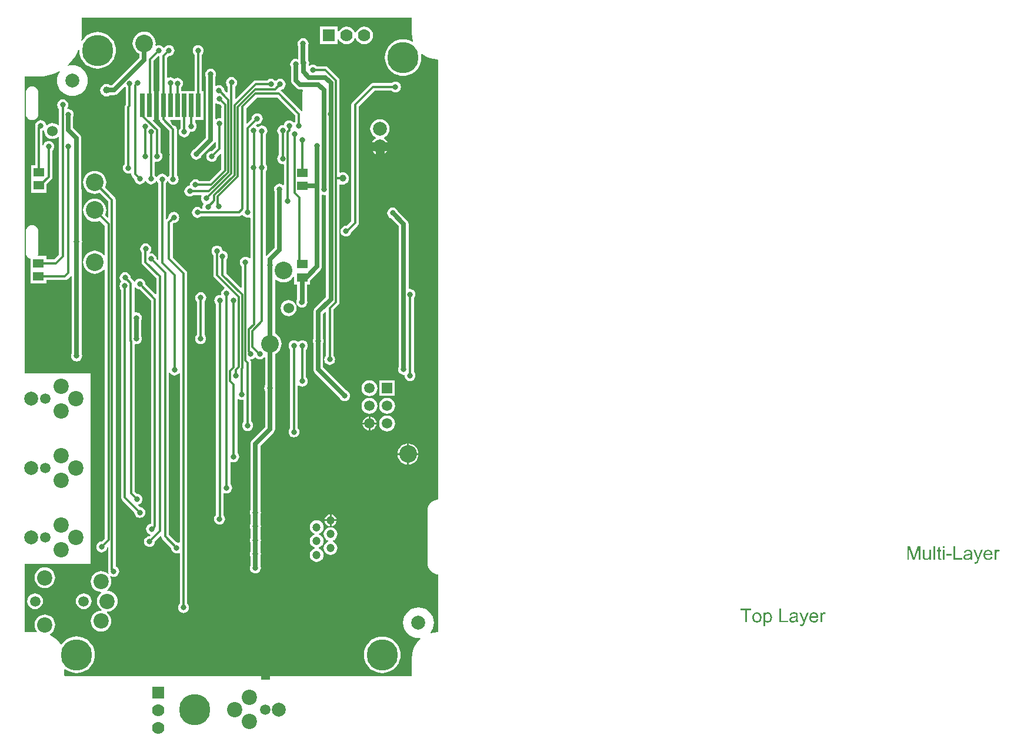
<source format=gtl>
%FSLAX25Y25*%
%MOIN*%
G70*
G01*
G75*
G04 Layer_Physical_Order=1*
G04 Layer_Color=255*
%ADD10R,0.05906X0.05118*%
%ADD11R,0.03000X0.13386*%
%ADD12C,0.01200*%
%ADD13C,0.02500*%
%ADD14C,0.05000*%
%ADD15C,0.17716*%
%ADD16C,0.08661*%
%ADD17C,0.05906*%
%ADD18C,0.10000*%
%ADD19C,0.07874*%
%ADD20C,0.07000*%
%ADD21R,0.07000X0.07000*%
%ADD22C,0.07874*%
%ADD23R,0.05906X0.05906*%
%ADD24R,0.07000X0.07000*%
%ADD25C,0.04724*%
%ADD26C,0.06000*%
%ADD27C,0.03150*%
%ADD28C,0.03937*%
G36*
X423441Y35923D02*
X423519Y35912D01*
X423686Y35890D01*
X423886Y35845D01*
X424097Y35779D01*
X424308Y35679D01*
X424519Y35556D01*
X424530D01*
X424541Y35534D01*
X424608Y35490D01*
X424708Y35401D01*
X424830Y35290D01*
X424964Y35145D01*
X425097Y34968D01*
X425230Y34756D01*
X425341Y34523D01*
Y34512D01*
X425352Y34490D01*
X425363Y34457D01*
X425386Y34412D01*
X425408Y34345D01*
X425430Y34268D01*
X425486Y34090D01*
X425541Y33868D01*
X425586Y33623D01*
X425619Y33345D01*
X425630Y33057D01*
Y33046D01*
Y33023D01*
Y32979D01*
Y32912D01*
X425619Y32834D01*
Y32746D01*
X425597Y32546D01*
X425552Y32301D01*
X425497Y32046D01*
X425419Y31779D01*
X425319Y31512D01*
Y31501D01*
X425308Y31479D01*
X425286Y31446D01*
X425264Y31401D01*
X425186Y31279D01*
X425086Y31124D01*
X424964Y30957D01*
X424808Y30790D01*
X424630Y30624D01*
X424419Y30468D01*
X424408D01*
X424397Y30457D01*
X424364Y30435D01*
X424319Y30413D01*
X424208Y30357D01*
X424052Y30290D01*
X423864Y30224D01*
X423664Y30168D01*
X423430Y30124D01*
X423197Y30112D01*
X423119D01*
X423030Y30124D01*
X422919Y30135D01*
X422786Y30157D01*
X422642Y30190D01*
X422497Y30235D01*
X422353Y30301D01*
X422341Y30312D01*
X422286Y30335D01*
X422219Y30379D01*
X422130Y30446D01*
X422042Y30512D01*
X421931Y30601D01*
X421831Y30701D01*
X421742Y30812D01*
Y28102D01*
X420797D01*
Y35812D01*
X421653D01*
Y35079D01*
X421664Y35101D01*
X421708Y35145D01*
X421764Y35223D01*
X421853Y35312D01*
X421953Y35423D01*
X422064Y35523D01*
X422197Y35623D01*
X422330Y35712D01*
X422353Y35723D01*
X422397Y35745D01*
X422486Y35779D01*
X422597Y35823D01*
X422730Y35868D01*
X422886Y35901D01*
X423064Y35923D01*
X423264Y35934D01*
X423386D01*
X423441Y35923D01*
D02*
G37*
G36*
X438340D02*
X438507Y35912D01*
X438695Y35890D01*
X438884Y35856D01*
X439073Y35812D01*
X439251Y35756D01*
X439273Y35745D01*
X439329Y35723D01*
X439406Y35690D01*
X439506Y35645D01*
X439618Y35579D01*
X439729Y35512D01*
X439829Y35423D01*
X439918Y35334D01*
X439929Y35323D01*
X439951Y35290D01*
X439984Y35234D01*
X440029Y35168D01*
X440084Y35068D01*
X440129Y34968D01*
X440173Y34845D01*
X440206Y34701D01*
Y34690D01*
X440217Y34657D01*
X440229Y34590D01*
X440240Y34501D01*
Y34379D01*
X440251Y34234D01*
X440262Y34045D01*
Y33834D01*
Y32568D01*
Y32557D01*
Y32512D01*
Y32446D01*
Y32357D01*
Y32257D01*
Y32135D01*
X440273Y31868D01*
Y31590D01*
X440284Y31312D01*
X440295Y31190D01*
Y31079D01*
X440306Y30979D01*
X440317Y30901D01*
Y30890D01*
X440329Y30846D01*
X440340Y30779D01*
X440373Y30690D01*
X440395Y30590D01*
X440440Y30479D01*
X440495Y30357D01*
X440551Y30235D01*
X439562D01*
X439551Y30246D01*
X439540Y30290D01*
X439518Y30346D01*
X439484Y30435D01*
X439451Y30535D01*
X439429Y30657D01*
X439406Y30790D01*
X439384Y30935D01*
X439373D01*
X439362Y30912D01*
X439295Y30857D01*
X439195Y30779D01*
X439062Y30679D01*
X438895Y30579D01*
X438729Y30468D01*
X438551Y30368D01*
X438362Y30290D01*
X438340Y30279D01*
X438273Y30268D01*
X438173Y30235D01*
X438051Y30201D01*
X437895Y30168D01*
X437718Y30146D01*
X437518Y30124D01*
X437318Y30112D01*
X437229D01*
X437162Y30124D01*
X437084D01*
X436996Y30135D01*
X436796Y30168D01*
X436573Y30224D01*
X436329Y30301D01*
X436107Y30413D01*
X435907Y30557D01*
X435885Y30579D01*
X435829Y30635D01*
X435751Y30735D01*
X435662Y30868D01*
X435573Y31035D01*
X435496Y31223D01*
X435440Y31457D01*
X435429Y31568D01*
X435418Y31701D01*
Y31723D01*
Y31768D01*
X435429Y31846D01*
X435440Y31946D01*
X435462Y32068D01*
X435496Y32190D01*
X435540Y32323D01*
X435596Y32446D01*
X435607Y32457D01*
X435629Y32501D01*
X435674Y32568D01*
X435729Y32646D01*
X435796Y32735D01*
X435885Y32823D01*
X435974Y32912D01*
X436085Y32990D01*
X436096Y33001D01*
X436140Y33023D01*
X436196Y33068D01*
X436285Y33112D01*
X436385Y33157D01*
X436507Y33212D01*
X436629Y33257D01*
X436773Y33301D01*
X436785D01*
X436829Y33312D01*
X436896Y33334D01*
X436984Y33345D01*
X437096Y33368D01*
X437240Y33390D01*
X437407Y33423D01*
X437607Y33446D01*
X437618D01*
X437662Y33457D01*
X437718D01*
X437795Y33468D01*
X437884Y33479D01*
X437995Y33501D01*
X438118Y33512D01*
X438251Y33534D01*
X438518Y33590D01*
X438806Y33645D01*
X439062Y33712D01*
X439184Y33746D01*
X439295Y33779D01*
Y33790D01*
Y33812D01*
X439306Y33879D01*
Y33957D01*
Y34001D01*
Y34023D01*
Y34034D01*
Y34045D01*
Y34112D01*
X439295Y34223D01*
X439273Y34345D01*
X439240Y34479D01*
X439184Y34612D01*
X439118Y34734D01*
X439029Y34834D01*
X439018Y34845D01*
X438962Y34890D01*
X438873Y34934D01*
X438762Y35001D01*
X438607Y35056D01*
X438429Y35112D01*
X438207Y35145D01*
X437951Y35156D01*
X437840D01*
X437729Y35145D01*
X437573Y35123D01*
X437418Y35101D01*
X437251Y35056D01*
X437096Y35001D01*
X436962Y34923D01*
X436951Y34912D01*
X436907Y34879D01*
X436851Y34823D01*
X436785Y34734D01*
X436718Y34623D01*
X436640Y34479D01*
X436573Y34301D01*
X436507Y34101D01*
X435585Y34223D01*
Y34234D01*
X435596Y34245D01*
Y34279D01*
X435607Y34323D01*
X435640Y34423D01*
X435685Y34568D01*
X435740Y34712D01*
X435807Y34868D01*
X435896Y35023D01*
X435996Y35168D01*
X436007Y35179D01*
X436051Y35223D01*
X436118Y35290D01*
X436207Y35379D01*
X436329Y35467D01*
X436473Y35556D01*
X436640Y35656D01*
X436829Y35734D01*
X436840D01*
X436851Y35745D01*
X436884Y35756D01*
X436929Y35767D01*
X437040Y35801D01*
X437196Y35834D01*
X437373Y35868D01*
X437596Y35901D01*
X437829Y35923D01*
X438096Y35934D01*
X438218D01*
X438340Y35923D01*
D02*
G37*
G36*
X444162Y30146D02*
Y30135D01*
X444150Y30101D01*
X444128Y30057D01*
X444106Y30001D01*
X444073Y29924D01*
X444039Y29835D01*
X443962Y29646D01*
X443884Y29435D01*
X443795Y29224D01*
X443706Y29035D01*
X443662Y28957D01*
X443628Y28879D01*
X443617Y28857D01*
X443584Y28802D01*
X443528Y28724D01*
X443462Y28624D01*
X443373Y28513D01*
X443273Y28402D01*
X443173Y28291D01*
X443051Y28202D01*
X443040Y28190D01*
X442995Y28168D01*
X442928Y28135D01*
X442828Y28091D01*
X442717Y28046D01*
X442584Y28013D01*
X442440Y27990D01*
X442273Y27979D01*
X442228D01*
X442173Y27990D01*
X442095D01*
X442006Y28013D01*
X441906Y28035D01*
X441795Y28057D01*
X441673Y28102D01*
X441573Y28979D01*
X441584D01*
X441629Y28968D01*
X441684Y28957D01*
X441751Y28935D01*
X441928Y28901D01*
X442106Y28890D01*
X442162D01*
X442217Y28901D01*
X442284D01*
X442451Y28935D01*
X442528Y28968D01*
X442606Y29002D01*
X442617D01*
X442639Y29024D01*
X442673Y29046D01*
X442717Y29079D01*
X442817Y29168D01*
X442906Y29290D01*
Y29302D01*
X442928Y29324D01*
X442951Y29368D01*
X442973Y29435D01*
X443017Y29524D01*
X443062Y29657D01*
X443128Y29812D01*
X443195Y30001D01*
Y30013D01*
X443217Y30057D01*
X443239Y30135D01*
X443284Y30235D01*
X441173Y35812D01*
X442173D01*
X443339Y32579D01*
Y32568D01*
X443351Y32557D01*
X443362Y32523D01*
X443373Y32468D01*
X443395Y32412D01*
X443417Y32346D01*
X443473Y32190D01*
X443539Y32001D01*
X443606Y31779D01*
X443673Y31546D01*
X443739Y31290D01*
Y31301D01*
X443750Y31324D01*
X443762Y31357D01*
X443773Y31401D01*
X443784Y31457D01*
X443806Y31523D01*
X443851Y31690D01*
X443906Y31879D01*
X443984Y32101D01*
X444051Y32323D01*
X444139Y32557D01*
X445339Y35812D01*
X446284D01*
X444162Y30146D01*
D02*
G37*
G36*
X455294Y35923D02*
X455416Y35901D01*
X455560Y35856D01*
X455716Y35801D01*
X455894Y35723D01*
X456083Y35623D01*
X455738Y34756D01*
X455727Y34768D01*
X455683Y34790D01*
X455616Y34823D01*
X455527Y34857D01*
X455427Y34890D01*
X455305Y34923D01*
X455183Y34945D01*
X455060Y34956D01*
X455005D01*
X454949Y34945D01*
X454872Y34934D01*
X454794Y34912D01*
X454694Y34879D01*
X454594Y34834D01*
X454505Y34768D01*
X454494Y34756D01*
X454460Y34734D01*
X454427Y34690D01*
X454372Y34634D01*
X454316Y34556D01*
X454261Y34468D01*
X454205Y34368D01*
X454161Y34245D01*
X454149Y34223D01*
X454138Y34157D01*
X454116Y34056D01*
X454083Y33923D01*
X454049Y33757D01*
X454027Y33568D01*
X454016Y33368D01*
X454005Y33145D01*
Y30235D01*
X453061D01*
Y35812D01*
X453916D01*
Y34968D01*
X453927Y34979D01*
X453972Y35056D01*
X454027Y35156D01*
X454116Y35279D01*
X454205Y35401D01*
X454305Y35534D01*
X454405Y35645D01*
X454505Y35734D01*
X454516Y35745D01*
X454549Y35767D01*
X454616Y35801D01*
X454683Y35834D01*
X454772Y35868D01*
X454883Y35901D01*
X454994Y35923D01*
X455116Y35934D01*
X455194D01*
X455294Y35923D01*
D02*
G37*
G36*
X430863Y31146D02*
X434651D01*
Y30235D01*
X429841D01*
Y37923D01*
X430863D01*
Y31146D01*
D02*
G37*
G36*
X221515Y364202D02*
X221507D01*
X221688Y361897D01*
X222226Y359658D01*
X222157Y359551D01*
X221859Y359296D01*
X221261Y359663D01*
X219755Y360287D01*
X218169Y360668D01*
X216544Y360796D01*
X214918Y360668D01*
X213333Y360287D01*
X211827Y359663D01*
X210436Y358811D01*
X209197Y357752D01*
X208138Y356513D01*
X207286Y355122D01*
X206662Y353616D01*
X206281Y352031D01*
X206153Y350405D01*
X206281Y348780D01*
X206662Y347195D01*
X207286Y345688D01*
X208138Y344298D01*
X209197Y343058D01*
X210436Y341999D01*
X211827Y341147D01*
X213333Y340524D01*
X214918Y340143D01*
X216544Y340015D01*
X218169Y340143D01*
X219755Y340524D01*
X221261Y341147D01*
X222651Y341999D01*
X223891Y343058D01*
X224950Y344298D01*
X225801Y345688D01*
X226426Y347195D01*
X226806Y348780D01*
X226934Y350405D01*
X226806Y352031D01*
X226719Y352392D01*
X227146Y352653D01*
X227581Y352282D01*
X229552Y351074D01*
X231688Y350189D01*
X233936Y349649D01*
X236241Y349468D01*
X236279Y348983D01*
Y99897D01*
X235615Y99831D01*
X234390Y99459D01*
X233261Y98856D01*
X232271Y98044D01*
X231459Y97054D01*
X230855Y95925D01*
X230484Y94699D01*
X230364Y93481D01*
X230353Y93425D01*
Y66929D01*
Y64055D01*
X230360Y64018D01*
X230489Y62704D01*
X230884Y61404D01*
X231524Y60207D01*
X232385Y59157D01*
X233435Y58296D01*
X234633Y57655D01*
X235932Y57261D01*
X236279Y57227D01*
Y25090D01*
X236241Y24606D01*
X233936Y24424D01*
X232322Y24036D01*
X232042Y24484D01*
X232539Y25088D01*
X233346Y26599D01*
X233843Y28239D01*
X234011Y29943D01*
X233843Y31648D01*
X233346Y33288D01*
X232539Y34799D01*
X231452Y36123D01*
X230128Y37210D01*
X228617Y38017D01*
X226977Y38515D01*
X225272Y38682D01*
X223568Y38515D01*
X221928Y38017D01*
X220417Y37210D01*
X219093Y36123D01*
X218006Y34799D01*
X217199Y33288D01*
X216702Y31648D01*
X216534Y29943D01*
X216702Y28239D01*
X217199Y26599D01*
X218006Y25088D01*
X219093Y23764D01*
X220417Y22677D01*
X221928Y21870D01*
X223568Y21373D01*
X225272Y21204D01*
X226235Y21299D01*
X226440Y20817D01*
X225822Y20290D01*
X224321Y18532D01*
X223113Y16560D01*
X222228Y14424D01*
X221688Y12176D01*
X221507Y9871D01*
X221515D01*
Y28D01*
X221517Y20D01*
X221200Y-367D01*
X140946D01*
Y-2373D01*
X136219D01*
Y-367D01*
X24899Y-396D01*
X24670Y-117D01*
X24589Y104D01*
Y3513D01*
X25043Y3722D01*
X25399Y3418D01*
X26789Y2567D01*
X28296Y1943D01*
X29881Y1562D01*
X31506Y1434D01*
X33132Y1562D01*
X34717Y1943D01*
X36224Y2567D01*
X37614Y3418D01*
X38853Y4477D01*
X39912Y5717D01*
X40764Y7107D01*
X41388Y8614D01*
X41769Y10199D01*
X41897Y11824D01*
X41769Y13450D01*
X41388Y15035D01*
X40764Y16542D01*
X39912Y17932D01*
X38853Y19172D01*
X37614Y20230D01*
X36224Y21082D01*
X34717Y21706D01*
X33132Y22087D01*
X31506Y22215D01*
X29881Y22087D01*
X28296Y21706D01*
X26789Y21082D01*
X25399Y20230D01*
X24159Y19172D01*
X23100Y17932D01*
X22876Y17565D01*
X22376D01*
X21784Y18532D01*
X20282Y20290D01*
X18524Y21791D01*
X16553Y22999D01*
X16311Y23100D01*
X16286Y23599D01*
X16764Y23855D01*
X17652Y24583D01*
X18381Y25471D01*
X18922Y26484D01*
X19255Y27583D01*
X19368Y28726D01*
X19255Y29869D01*
X18922Y30968D01*
X18381Y31981D01*
X17652Y32869D01*
X16764Y33598D01*
X15751Y34139D01*
X14652Y34472D01*
X13509Y34585D01*
X12366Y34472D01*
X11267Y34139D01*
X10254Y33598D01*
X9366Y32869D01*
X8637Y31981D01*
X8096Y30968D01*
X7763Y29869D01*
X7650Y28726D01*
X7763Y27583D01*
X8096Y26484D01*
X8637Y25471D01*
X8984Y25049D01*
X8770Y24597D01*
X1952D01*
Y63386D01*
X39370D01*
X39370Y171260D01*
X1952D01*
Y339633D01*
X9863D01*
X9863Y339633D01*
Y339632D01*
X12614Y339786D01*
X15331Y340248D01*
X17978Y341011D01*
X20524Y342065D01*
X21663Y342694D01*
X21983Y342310D01*
X21878Y342182D01*
X21070Y340671D01*
X20573Y339032D01*
X20405Y337327D01*
X20573Y335622D01*
X21070Y333983D01*
X21878Y332472D01*
X22964Y331148D01*
X24289Y330061D01*
X25800Y329253D01*
X27439Y328756D01*
X29144Y328588D01*
X30849Y328756D01*
X32488Y329253D01*
X33999Y330061D01*
X35323Y331148D01*
X36410Y332472D01*
X37218Y333983D01*
X37715Y335622D01*
X37883Y337327D01*
X37715Y339032D01*
X37218Y340671D01*
X36410Y342182D01*
X35323Y343506D01*
X33999Y344593D01*
X32488Y345401D01*
X30849Y345898D01*
X29144Y346066D01*
X27439Y345898D01*
X26693Y345672D01*
X26443Y346118D01*
X27237Y346828D01*
X29073Y348883D01*
X30667Y351130D01*
X32000Y353541D01*
X32490Y354725D01*
X32983Y354607D01*
X32975Y354509D01*
X33103Y352884D01*
X33483Y351298D01*
X34107Y349792D01*
X34959Y348402D01*
X36018Y347162D01*
X37258Y346103D01*
X38648Y345251D01*
X40154Y344627D01*
X41740Y344247D01*
X43365Y344119D01*
X44991Y344247D01*
X46576Y344627D01*
X48082Y345251D01*
X49472Y346103D01*
X50712Y347162D01*
X51771Y348402D01*
X52623Y349792D01*
X53247Y351298D01*
X53628Y352884D01*
X53755Y354509D01*
X53628Y356134D01*
X53247Y357720D01*
X52623Y359226D01*
X51771Y360616D01*
X50712Y361856D01*
X49472Y362915D01*
X48082Y363767D01*
X46576Y364391D01*
X44991Y364771D01*
X43365Y364899D01*
X41740Y364771D01*
X40154Y364391D01*
X38648Y363767D01*
X37258Y362915D01*
X36018Y361856D01*
X34959Y360616D01*
X34523Y359905D01*
X34047Y360084D01*
X34279Y361451D01*
X34433Y364202D01*
X34432D01*
X34432Y364202D01*
Y372901D01*
X221515D01*
Y364202D01*
D02*
G37*
G36*
X417264Y35923D02*
X417364Y35912D01*
X417475Y35890D01*
X417598Y35868D01*
X417742Y35845D01*
X418042Y35745D01*
X418197Y35690D01*
X418353Y35612D01*
X418509Y35534D01*
X418664Y35423D01*
X418809Y35312D01*
X418953Y35179D01*
X418964Y35168D01*
X418986Y35145D01*
X419020Y35101D01*
X419064Y35045D01*
X419120Y34968D01*
X419186Y34868D01*
X419253Y34756D01*
X419320Y34634D01*
X419386Y34501D01*
X419453Y34334D01*
X419520Y34168D01*
X419575Y33979D01*
X419620Y33779D01*
X419653Y33568D01*
X419675Y33345D01*
X419686Y33101D01*
Y33090D01*
Y33057D01*
Y33001D01*
Y32923D01*
X419675Y32834D01*
X419664Y32723D01*
Y32612D01*
X419642Y32490D01*
X419608Y32212D01*
X419542Y31934D01*
X419464Y31657D01*
X419353Y31401D01*
Y31390D01*
X419342Y31379D01*
X419320Y31346D01*
X419297Y31301D01*
X419220Y31190D01*
X419120Y31057D01*
X418986Y30901D01*
X418820Y30746D01*
X418631Y30590D01*
X418409Y30446D01*
X418398D01*
X418386Y30435D01*
X418353Y30413D01*
X418297Y30390D01*
X418242Y30368D01*
X418175Y30346D01*
X418009Y30279D01*
X417820Y30224D01*
X417586Y30168D01*
X417342Y30124D01*
X417075Y30112D01*
X416964D01*
X416875Y30124D01*
X416775Y30135D01*
X416664Y30157D01*
X416531Y30179D01*
X416398Y30201D01*
X416098Y30290D01*
X415931Y30357D01*
X415775Y30424D01*
X415620Y30512D01*
X415464Y30612D01*
X415320Y30724D01*
X415176Y30857D01*
X415165Y30868D01*
X415142Y30890D01*
X415109Y30935D01*
X415064Y31001D01*
X415009Y31079D01*
X414953Y31168D01*
X414887Y31279D01*
X414820Y31412D01*
X414753Y31557D01*
X414687Y31723D01*
X414631Y31901D01*
X414576Y32090D01*
X414531Y32301D01*
X414498Y32523D01*
X414476Y32768D01*
X414465Y33023D01*
Y33046D01*
Y33090D01*
X414476Y33168D01*
Y33279D01*
X414487Y33401D01*
X414509Y33557D01*
X414531Y33712D01*
X414576Y33890D01*
X414620Y34068D01*
X414676Y34257D01*
X414742Y34457D01*
X414831Y34645D01*
X414920Y34823D01*
X415042Y35001D01*
X415165Y35168D01*
X415320Y35312D01*
X415331Y35323D01*
X415353Y35334D01*
X415398Y35368D01*
X415453Y35412D01*
X415520Y35456D01*
X415609Y35512D01*
X415698Y35568D01*
X415809Y35623D01*
X415931Y35679D01*
X416064Y35734D01*
X416364Y35834D01*
X416709Y35912D01*
X416887Y35923D01*
X417075Y35934D01*
X417186D01*
X417264Y35923D01*
D02*
G37*
G36*
X413887Y37012D02*
X411354D01*
Y30235D01*
X410332D01*
Y37012D01*
X407798D01*
Y37923D01*
X413887D01*
Y37012D01*
D02*
G37*
G36*
X449561Y35923D02*
X449650Y35912D01*
X449761Y35890D01*
X449883Y35868D01*
X450028Y35834D01*
X450161Y35801D01*
X450316Y35745D01*
X450461Y35690D01*
X450617Y35612D01*
X450772Y35523D01*
X450928Y35423D01*
X451072Y35301D01*
X451205Y35168D01*
X451216Y35156D01*
X451239Y35134D01*
X451272Y35090D01*
X451316Y35023D01*
X451372Y34945D01*
X451428Y34857D01*
X451494Y34745D01*
X451561Y34612D01*
X451627Y34468D01*
X451694Y34312D01*
X451750Y34134D01*
X451805Y33945D01*
X451850Y33734D01*
X451883Y33512D01*
X451905Y33279D01*
X451916Y33023D01*
Y33012D01*
Y32968D01*
Y32890D01*
X451905Y32779D01*
X447739D01*
Y32768D01*
Y32735D01*
X447750Y32690D01*
Y32623D01*
X447761Y32546D01*
X447783Y32457D01*
X447817Y32257D01*
X447883Y32035D01*
X447972Y31790D01*
X448095Y31568D01*
X448250Y31368D01*
X448261D01*
X448272Y31346D01*
X448339Y31290D01*
X448439Y31212D01*
X448572Y31135D01*
X448750Y31046D01*
X448950Y30968D01*
X449172Y30912D01*
X449294Y30901D01*
X449428Y30890D01*
X449517D01*
X449617Y30901D01*
X449739Y30924D01*
X449872Y30957D01*
X450028Y31001D01*
X450172Y31068D01*
X450316Y31157D01*
X450328Y31168D01*
X450383Y31212D01*
X450450Y31279D01*
X450528Y31368D01*
X450617Y31490D01*
X450716Y31646D01*
X450816Y31823D01*
X450905Y32035D01*
X451883Y31912D01*
Y31901D01*
X451872Y31879D01*
X451861Y31835D01*
X451839Y31768D01*
X451805Y31701D01*
X451772Y31612D01*
X451683Y31424D01*
X451572Y31212D01*
X451416Y30990D01*
X451239Y30779D01*
X451016Y30579D01*
X451005D01*
X450983Y30557D01*
X450950Y30535D01*
X450905Y30501D01*
X450839Y30468D01*
X450772Y30435D01*
X450683Y30390D01*
X450583Y30346D01*
X450472Y30301D01*
X450361Y30257D01*
X450083Y30190D01*
X449772Y30135D01*
X449428Y30112D01*
X449305D01*
X449228Y30124D01*
X449128Y30135D01*
X449006Y30157D01*
X448872Y30179D01*
X448728Y30201D01*
X448417Y30290D01*
X448250Y30357D01*
X448095Y30424D01*
X447928Y30512D01*
X447772Y30612D01*
X447628Y30724D01*
X447483Y30857D01*
X447472Y30868D01*
X447450Y30890D01*
X447417Y30935D01*
X447372Y31001D01*
X447317Y31079D01*
X447261Y31168D01*
X447195Y31279D01*
X447128Y31401D01*
X447061Y31546D01*
X446995Y31701D01*
X446939Y31879D01*
X446883Y32068D01*
X446839Y32268D01*
X446806Y32490D01*
X446783Y32723D01*
X446772Y32968D01*
Y32979D01*
Y33034D01*
Y33101D01*
X446783Y33201D01*
X446795Y33323D01*
X446806Y33457D01*
X446828Y33612D01*
X446861Y33768D01*
X446950Y34123D01*
X447006Y34301D01*
X447072Y34490D01*
X447161Y34668D01*
X447261Y34834D01*
X447372Y35001D01*
X447495Y35156D01*
X447506Y35168D01*
X447528Y35190D01*
X447572Y35223D01*
X447628Y35279D01*
X447694Y35334D01*
X447783Y35401D01*
X447883Y35479D01*
X448006Y35545D01*
X448128Y35623D01*
X448272Y35690D01*
X448428Y35756D01*
X448595Y35812D01*
X448772Y35868D01*
X448961Y35901D01*
X449161Y35923D01*
X449372Y35934D01*
X449483D01*
X449561Y35923D01*
D02*
G37*
%LPC*%
G36*
X174983Y91420D02*
X174605Y91370D01*
X173787Y91031D01*
X173085Y90492D01*
X172546Y89790D01*
X172207Y88972D01*
X172158Y88595D01*
X174983D01*
Y91420D01*
D02*
G37*
G36*
X175483Y84116D02*
X174475Y83983D01*
X173535Y83594D01*
X172729Y82975D01*
X172109Y82168D01*
X171720Y81229D01*
X171588Y80221D01*
X171720Y79212D01*
X172109Y78273D01*
X172729Y77466D01*
X173535Y76847D01*
X174242Y76554D01*
Y76013D01*
X173535Y75720D01*
X172729Y75101D01*
X172109Y74294D01*
X171720Y73355D01*
X171588Y72347D01*
X171720Y71338D01*
X172109Y70399D01*
X172729Y69592D01*
X173535Y68973D01*
X174475Y68584D01*
X175483Y68451D01*
X176491Y68584D01*
X177431Y68973D01*
X178238Y69592D01*
X178857Y70399D01*
X179246Y71338D01*
X179379Y72347D01*
X179246Y73355D01*
X178857Y74294D01*
X178238Y75101D01*
X177431Y75720D01*
X176724Y76013D01*
Y76554D01*
X177431Y76847D01*
X178238Y77466D01*
X178857Y78273D01*
X179246Y79212D01*
X179379Y80221D01*
X179246Y81229D01*
X178857Y82168D01*
X178238Y82975D01*
X177431Y83594D01*
X176491Y83983D01*
X175483Y84116D01*
D02*
G37*
G36*
X174983Y87594D02*
X172158D01*
X172207Y87217D01*
X172546Y86399D01*
X173085Y85697D01*
X173787Y85158D01*
X174605Y84819D01*
X174983Y84769D01*
Y87594D01*
D02*
G37*
G36*
X178808D02*
X175983D01*
Y84769D01*
X176361Y84819D01*
X177179Y85158D01*
X177881Y85697D01*
X178420Y86399D01*
X178759Y87217D01*
X178808Y87594D01*
D02*
G37*
G36*
X175983Y91420D02*
Y88595D01*
X178808D01*
X178759Y88972D01*
X178420Y89790D01*
X177881Y90492D01*
X177179Y91031D01*
X176361Y91370D01*
X175983Y91420D01*
D02*
G37*
G36*
X218791Y131570D02*
X218115Y131504D01*
X216984Y131161D01*
X215942Y130604D01*
X215028Y129854D01*
X214278Y128940D01*
X213721Y127898D01*
X213378Y126767D01*
X213312Y126091D01*
X218791D01*
Y131570D01*
D02*
G37*
G36*
X219791D02*
Y126091D01*
X225271D01*
X225204Y126767D01*
X224861Y127898D01*
X224304Y128940D01*
X223554Y129854D01*
X222641Y130604D01*
X221599Y131161D01*
X220467Y131504D01*
X219791Y131570D01*
D02*
G37*
G36*
X218791Y125091D02*
X213312D01*
X213378Y124414D01*
X213721Y123283D01*
X214278Y122241D01*
X215028Y121327D01*
X215942Y120578D01*
X216984Y120020D01*
X218115Y119677D01*
X218791Y119611D01*
Y125091D01*
D02*
G37*
G36*
X225271D02*
X219791D01*
Y119611D01*
X220467Y119677D01*
X221599Y120020D01*
X222641Y120578D01*
X223554Y121327D01*
X224304Y122241D01*
X224861Y123283D01*
X225204Y124414D01*
X225271Y125091D01*
D02*
G37*
G36*
X423175Y35190D02*
X423119D01*
X423075Y35179D01*
X422964Y35156D01*
X422819Y35123D01*
X422653Y35056D01*
X422475Y34956D01*
X422375Y34890D01*
X422286Y34812D01*
X422197Y34723D01*
X422108Y34623D01*
Y34612D01*
X422086Y34601D01*
X422064Y34568D01*
X422042Y34523D01*
X422008Y34457D01*
X421964Y34390D01*
X421919Y34301D01*
X421886Y34212D01*
X421842Y34101D01*
X421797Y33979D01*
X421764Y33845D01*
X421719Y33701D01*
X421697Y33534D01*
X421675Y33368D01*
X421653Y33190D01*
Y32990D01*
Y32979D01*
Y32945D01*
Y32890D01*
X421664Y32812D01*
Y32723D01*
X421675Y32623D01*
X421708Y32390D01*
X421764Y32123D01*
X421831Y31868D01*
X421942Y31612D01*
X422008Y31501D01*
X422086Y31401D01*
X422108Y31379D01*
X422164Y31324D01*
X422253Y31235D01*
X422375Y31146D01*
X422530Y31057D01*
X422708Y30968D01*
X422908Y30912D01*
X423019Y30901D01*
X423130Y30890D01*
X423197D01*
X423241Y30901D01*
X423352Y30924D01*
X423508Y30957D01*
X423675Y31023D01*
X423852Y31112D01*
X424030Y31246D01*
X424119Y31324D01*
X424208Y31412D01*
Y31424D01*
X424230Y31435D01*
X424253Y31468D01*
X424275Y31512D01*
X424319Y31568D01*
X424352Y31646D01*
X424397Y31723D01*
X424441Y31823D01*
X424475Y31923D01*
X424519Y32057D01*
X424564Y32190D01*
X424597Y32335D01*
X424619Y32501D01*
X424641Y32679D01*
X424663Y32868D01*
Y33068D01*
Y33079D01*
Y33112D01*
Y33168D01*
X424652Y33246D01*
Y33334D01*
X424641Y33434D01*
X424608Y33668D01*
X424552Y33923D01*
X424475Y34179D01*
X424364Y34434D01*
X424297Y34556D01*
X424219Y34657D01*
Y34668D01*
X424197Y34679D01*
X424141Y34745D01*
X424052Y34823D01*
X423930Y34923D01*
X423775Y35023D01*
X423597Y35112D01*
X423397Y35168D01*
X423286Y35179D01*
X423175Y35190D01*
D02*
G37*
G36*
X449383Y35156D02*
X449317D01*
X449272Y35145D01*
X449150Y35134D01*
X449006Y35101D01*
X448828Y35045D01*
X448639Y34968D01*
X448461Y34857D01*
X448283Y34712D01*
X448261Y34690D01*
X448217Y34634D01*
X448139Y34534D01*
X448061Y34401D01*
X447972Y34245D01*
X447894Y34045D01*
X447828Y33812D01*
X447794Y33557D01*
X450916D01*
Y33568D01*
Y33590D01*
X450905Y33623D01*
Y33668D01*
X450883Y33801D01*
X450850Y33945D01*
X450794Y34123D01*
X450739Y34290D01*
X450650Y34457D01*
X450550Y34601D01*
Y34612D01*
X450528Y34623D01*
X450472Y34690D01*
X450372Y34779D01*
X450239Y34879D01*
X450072Y34979D01*
X449872Y35068D01*
X449639Y35134D01*
X449517Y35145D01*
X449383Y35156D01*
D02*
G37*
G36*
X439306Y33034D02*
X439295D01*
X439284Y33023D01*
X439251Y33012D01*
X439207Y33001D01*
X439151Y32979D01*
X439084Y32957D01*
X439007Y32934D01*
X438918Y32912D01*
X438818Y32879D01*
X438695Y32857D01*
X438573Y32823D01*
X438429Y32790D01*
X438273Y32757D01*
X438118Y32723D01*
X437940Y32701D01*
X437751Y32668D01*
X437729D01*
X437662Y32657D01*
X437551Y32634D01*
X437429Y32612D01*
X437296Y32590D01*
X437162Y32557D01*
X437040Y32523D01*
X436929Y32479D01*
X436918D01*
X436884Y32457D01*
X436840Y32434D01*
X436796Y32401D01*
X436662Y32312D01*
X436551Y32179D01*
Y32168D01*
X436529Y32146D01*
X436518Y32101D01*
X436496Y32046D01*
X436473Y31979D01*
X436451Y31912D01*
X436440Y31823D01*
X436429Y31735D01*
Y31723D01*
Y31668D01*
X436440Y31601D01*
X436462Y31512D01*
X436496Y31412D01*
X436551Y31312D01*
X436618Y31201D01*
X436707Y31101D01*
X436718Y31090D01*
X436762Y31068D01*
X436829Y31023D01*
X436918Y30979D01*
X437040Y30935D01*
X437184Y30890D01*
X437351Y30868D01*
X437551Y30857D01*
X437640D01*
X437751Y30868D01*
X437873Y30890D01*
X438029Y30912D01*
X438184Y30957D01*
X438351Y31012D01*
X438518Y31090D01*
X438540Y31101D01*
X438584Y31135D01*
X438662Y31190D01*
X438751Y31268D01*
X438851Y31357D01*
X438962Y31468D01*
X439051Y31601D01*
X439140Y31746D01*
X439151Y31757D01*
X439162Y31801D01*
X439184Y31879D01*
X439218Y31979D01*
X439251Y32112D01*
X439273Y32268D01*
X439284Y32457D01*
X439295Y32679D01*
X439306Y33034D01*
D02*
G37*
G36*
X417075Y35156D02*
X417009D01*
X416953Y35145D01*
X416831Y35134D01*
X416664Y35090D01*
X416475Y35023D01*
X416276Y34934D01*
X416087Y34801D01*
X415987Y34712D01*
X415898Y34623D01*
Y34612D01*
X415875Y34601D01*
X415853Y34568D01*
X415820Y34523D01*
X415787Y34468D01*
X415753Y34401D01*
X415709Y34312D01*
X415664Y34223D01*
X415620Y34112D01*
X415576Y34001D01*
X415542Y33868D01*
X415509Y33723D01*
X415476Y33568D01*
X415453Y33401D01*
X415442Y33212D01*
X415431Y33023D01*
Y33012D01*
Y32979D01*
Y32923D01*
X415442Y32846D01*
Y32757D01*
X415453Y32657D01*
X415487Y32423D01*
X415542Y32157D01*
X415631Y31890D01*
X415742Y31635D01*
X415820Y31523D01*
X415898Y31412D01*
X415909D01*
X415920Y31390D01*
X415987Y31335D01*
X416087Y31246D01*
X416220Y31157D01*
X416387Y31057D01*
X416586Y30968D01*
X416820Y30912D01*
X416942Y30901D01*
X417075Y30890D01*
X417142D01*
X417198Y30901D01*
X417320Y30924D01*
X417486Y30957D01*
X417664Y31023D01*
X417864Y31112D01*
X418053Y31246D01*
X418153Y31335D01*
X418242Y31424D01*
X418253Y31435D01*
X418264Y31446D01*
X418286Y31479D01*
X418320Y31523D01*
X418353Y31579D01*
X418398Y31646D01*
X418442Y31735D01*
X418486Y31823D01*
X418531Y31934D01*
X418564Y32057D01*
X418609Y32190D01*
X418642Y32335D01*
X418675Y32501D01*
X418698Y32668D01*
X418720Y32857D01*
Y33057D01*
Y33068D01*
Y33101D01*
Y33157D01*
X418709Y33223D01*
Y33312D01*
X418698Y33412D01*
X418664Y33645D01*
X418609Y33890D01*
X418520Y34157D01*
X418398Y34401D01*
X418331Y34523D01*
X418242Y34623D01*
Y34634D01*
X418220Y34645D01*
X418153Y34712D01*
X418053Y34790D01*
X417920Y34890D01*
X417753Y34990D01*
X417553Y35079D01*
X417331Y35134D01*
X417209Y35145D01*
X417075Y35156D01*
D02*
G37*
G36*
X204715Y22182D02*
X203089Y22054D01*
X201504Y21673D01*
X199997Y21049D01*
X198607Y20197D01*
X197368Y19138D01*
X196309Y17898D01*
X195457Y16508D01*
X194833Y15002D01*
X194452Y13417D01*
X194324Y11791D01*
X194452Y10166D01*
X194833Y8580D01*
X195457Y7074D01*
X196309Y5684D01*
X197368Y4444D01*
X198607Y3385D01*
X199997Y2533D01*
X201504Y1909D01*
X203089Y1529D01*
X204715Y1401D01*
X206340Y1529D01*
X207925Y1909D01*
X209432Y2533D01*
X210822Y3385D01*
X212062Y4444D01*
X213121Y5684D01*
X213972Y7074D01*
X214596Y8580D01*
X214977Y10166D01*
X215105Y11791D01*
X214977Y13417D01*
X214596Y15002D01*
X213972Y16508D01*
X213121Y17898D01*
X212062Y19138D01*
X210822Y20197D01*
X209432Y21049D01*
X207925Y21673D01*
X206340Y22054D01*
X204715Y22182D01*
D02*
G37*
G36*
X13509Y61357D02*
X12366Y61244D01*
X11267Y60911D01*
X10254Y60369D01*
X9366Y59641D01*
X8637Y58753D01*
X8096Y57740D01*
X7763Y56641D01*
X7650Y55498D01*
X7763Y54355D01*
X8096Y53256D01*
X8637Y52243D01*
X9366Y51355D01*
X10254Y50626D01*
X11267Y50085D01*
X12366Y49751D01*
X13509Y49639D01*
X14652Y49751D01*
X15751Y50085D01*
X16764Y50626D01*
X17652Y51355D01*
X18381Y52243D01*
X18922Y53256D01*
X19255Y54355D01*
X19368Y55498D01*
X19255Y56641D01*
X18922Y57740D01*
X18381Y58753D01*
X17652Y59641D01*
X16764Y60369D01*
X15751Y60911D01*
X14652Y61244D01*
X13509Y61357D01*
D02*
G37*
G36*
X167609Y88053D02*
X166601Y87920D01*
X165661Y87531D01*
X164854Y86912D01*
X164235Y86105D01*
X163846Y85166D01*
X163714Y84158D01*
X163846Y83149D01*
X164235Y82210D01*
X164854Y81403D01*
X165661Y80784D01*
X166368Y80491D01*
Y79950D01*
X165661Y79657D01*
X164854Y79038D01*
X164235Y78231D01*
X163846Y77292D01*
X163714Y76284D01*
X163846Y75275D01*
X164235Y74336D01*
X164854Y73529D01*
X165661Y72910D01*
X166368Y72617D01*
Y72076D01*
X165661Y71783D01*
X164854Y71164D01*
X164235Y70357D01*
X163846Y69418D01*
X163714Y68409D01*
X163846Y67401D01*
X164235Y66462D01*
X164854Y65655D01*
X165661Y65036D01*
X166601Y64647D01*
X167609Y64514D01*
X168617Y64647D01*
X169557Y65036D01*
X170364Y65655D01*
X170983Y66462D01*
X171372Y67401D01*
X171504Y68409D01*
X171372Y69418D01*
X170983Y70357D01*
X170364Y71164D01*
X169557Y71783D01*
X168850Y72076D01*
Y72617D01*
X169557Y72910D01*
X170364Y73529D01*
X170983Y74336D01*
X171372Y75275D01*
X171504Y76284D01*
X171372Y77292D01*
X170983Y78231D01*
X170364Y79038D01*
X169557Y79657D01*
X168850Y79950D01*
Y80491D01*
X169557Y80784D01*
X170364Y81403D01*
X170983Y82210D01*
X171372Y83149D01*
X171504Y84158D01*
X171372Y85166D01*
X170983Y86105D01*
X170364Y86912D01*
X169557Y87531D01*
X168617Y87920D01*
X167609Y88053D01*
D02*
G37*
G36*
X7997Y46603D02*
X6835Y46450D01*
X5752Y46001D01*
X4822Y45288D01*
X4108Y44357D01*
X3659Y43274D01*
X3506Y42112D01*
X3659Y40949D01*
X4108Y39866D01*
X4822Y38936D01*
X5752Y38222D01*
X6835Y37774D01*
X7997Y37621D01*
X9160Y37774D01*
X10243Y38222D01*
X11173Y38936D01*
X11887Y39866D01*
X12335Y40949D01*
X12488Y42112D01*
X12335Y43274D01*
X11887Y44357D01*
X11173Y45288D01*
X10243Y46001D01*
X9160Y46450D01*
X7997Y46603D01*
D02*
G37*
G36*
X35556D02*
X34394Y46450D01*
X33311Y46001D01*
X32381Y45288D01*
X31667Y44357D01*
X31218Y43274D01*
X31065Y42112D01*
X31218Y40949D01*
X31667Y39866D01*
X32381Y38936D01*
X33311Y38222D01*
X34394Y37774D01*
X35556Y37621D01*
X36719Y37774D01*
X37802Y38222D01*
X38732Y38936D01*
X39446Y39866D01*
X39894Y40949D01*
X40047Y42112D01*
X39894Y43274D01*
X39446Y44357D01*
X38732Y45288D01*
X37802Y46001D01*
X36719Y46450D01*
X35556Y46603D01*
D02*
G37*
G36*
X202906Y299624D02*
X198493D01*
X198597Y298836D01*
X199094Y297635D01*
X199885Y296603D01*
X200917Y295812D01*
X202118Y295315D01*
X202906Y295211D01*
Y299624D01*
D02*
G37*
G36*
X208320D02*
X203906D01*
Y295211D01*
X204695Y295315D01*
X205896Y295812D01*
X206927Y296603D01*
X207719Y297635D01*
X208216Y298836D01*
X208320Y299624D01*
D02*
G37*
G36*
X203406Y315451D02*
X201987Y315264D01*
X200664Y314716D01*
X199529Y313845D01*
X198657Y312709D01*
X198109Y311386D01*
X197923Y309967D01*
X198109Y308548D01*
X198657Y307225D01*
X199529Y306089D01*
X200664Y305218D01*
X201130Y305025D01*
Y304525D01*
X200917Y304437D01*
X199885Y303646D01*
X199094Y302614D01*
X198597Y301413D01*
X198493Y300624D01*
X208320D01*
X208216Y301413D01*
X207719Y302614D01*
X206927Y303646D01*
X205896Y304437D01*
X205683Y304525D01*
Y305025D01*
X206148Y305218D01*
X207284Y306089D01*
X208156Y307225D01*
X208703Y308548D01*
X208890Y309967D01*
X208703Y311386D01*
X208156Y312709D01*
X207284Y313845D01*
X206148Y314716D01*
X204826Y315264D01*
X203406Y315451D01*
D02*
G37*
G36*
X159449Y190109D02*
X158646Y190004D01*
X157898Y189694D01*
X157439Y189342D01*
X156917Y189201D01*
X156275Y189694D01*
X155527Y190004D01*
X154724Y190109D01*
X153922Y190004D01*
X153174Y189694D01*
X152531Y189201D01*
X152039Y188558D01*
X151729Y187811D01*
X151623Y187008D01*
X151729Y186205D01*
X152039Y185457D01*
X152531Y184815D01*
X152583Y184775D01*
Y140422D01*
X152531Y140382D01*
X152039Y139740D01*
X151729Y138992D01*
X151623Y138189D01*
X151729Y137386D01*
X152039Y136638D01*
X152531Y135996D01*
X153174Y135503D01*
X153922Y135193D01*
X154724Y135088D01*
X155527Y135193D01*
X156275Y135503D01*
X156917Y135996D01*
X157410Y136638D01*
X157720Y137386D01*
X157826Y138189D01*
X157720Y138992D01*
X157410Y139740D01*
X156917Y140382D01*
X156866Y140422D01*
Y164488D01*
X157366Y164652D01*
X157898Y164243D01*
X158646Y163934D01*
X159449Y163828D01*
X160251Y163934D01*
X161000Y164243D01*
X161642Y164736D01*
X162135Y165378D01*
X162444Y166126D01*
X162550Y166929D01*
X162444Y167732D01*
X162135Y168480D01*
X161642Y169122D01*
X161590Y169162D01*
Y184775D01*
X161642Y184815D01*
X162135Y185457D01*
X162444Y186205D01*
X162550Y187008D01*
X162444Y187811D01*
X162135Y188558D01*
X161642Y189201D01*
X161000Y189694D01*
X160251Y190004D01*
X159449Y190109D01*
D02*
G37*
G36*
X151667Y212899D02*
X150493Y212744D01*
X149398Y212291D01*
X148458Y211570D01*
X147737Y210630D01*
X147283Y209535D01*
X147129Y208360D01*
X147283Y207185D01*
X147737Y206091D01*
X148458Y205151D01*
X149398Y204429D01*
X150493Y203976D01*
X151667Y203821D01*
X152842Y203976D01*
X153937Y204429D01*
X154877Y205151D01*
X155598Y206091D01*
X156052Y207185D01*
X156206Y208360D01*
X156052Y209535D01*
X155598Y210630D01*
X154877Y211570D01*
X153937Y212291D01*
X152842Y212744D01*
X151667Y212899D01*
D02*
G37*
G36*
X41776Y286152D02*
X40502Y286027D01*
X39277Y285655D01*
X38148Y285051D01*
X37158Y284239D01*
X36346Y283249D01*
X35742Y282120D01*
X35370Y280895D01*
X35245Y279621D01*
X35370Y278346D01*
X35742Y277121D01*
X36346Y275992D01*
X37158Y275002D01*
X38148Y274190D01*
X39277Y273586D01*
X40502Y273215D01*
X41776Y273089D01*
X43051Y273215D01*
X44276Y273586D01*
X44606Y273763D01*
X49434Y268935D01*
Y259897D01*
X48972Y259705D01*
X47634Y261043D01*
X47811Y261373D01*
X48182Y262598D01*
X48308Y263873D01*
X48182Y265147D01*
X47811Y266372D01*
X47207Y267501D01*
X46395Y268491D01*
X45405Y269303D01*
X44276Y269907D01*
X43051Y270279D01*
X41776Y270404D01*
X40502Y270279D01*
X39277Y269907D01*
X38148Y269303D01*
X37158Y268491D01*
X36346Y267501D01*
X35742Y266372D01*
X35370Y265147D01*
X35245Y263873D01*
X35370Y262598D01*
X35742Y261373D01*
X36346Y260244D01*
X37158Y259254D01*
X38148Y258442D01*
X39277Y257838D01*
X40502Y257467D01*
X41776Y257341D01*
X43051Y257467D01*
X44276Y257838D01*
X44606Y258015D01*
X47509Y255112D01*
Y238394D01*
X47009Y238215D01*
X46395Y238963D01*
X45405Y239776D01*
X44276Y240379D01*
X43051Y240751D01*
X41776Y240876D01*
X40502Y240751D01*
X39277Y240379D01*
X38148Y239776D01*
X37158Y238963D01*
X36346Y237974D01*
X35742Y236844D01*
X35370Y235619D01*
X35245Y234345D01*
X35370Y233071D01*
X35742Y231845D01*
X36346Y230716D01*
X37158Y229727D01*
X38148Y228914D01*
X39277Y228311D01*
X40502Y227939D01*
X41776Y227814D01*
X43051Y227939D01*
X44276Y228311D01*
X45405Y228914D01*
X46395Y229727D01*
X47009Y230475D01*
X47509Y230296D01*
Y77751D01*
X45778Y76020D01*
X45713Y76029D01*
X44911Y75923D01*
X44163Y75613D01*
X43521Y75121D01*
X43028Y74478D01*
X42718Y73730D01*
X42612Y72928D01*
X42718Y72125D01*
X43028Y71377D01*
X43521Y70735D01*
X44163Y70242D01*
X44911Y69932D01*
X45713Y69826D01*
X46516Y69932D01*
X47264Y70242D01*
X47907Y70735D01*
X48399Y71377D01*
X48709Y72125D01*
X48784Y72694D01*
X48934Y72801D01*
X49434Y72544D01*
Y60096D01*
X49534Y59589D01*
X49470Y59099D01*
X49576Y58297D01*
X49703Y57990D01*
X49289Y57683D01*
X48654Y58204D01*
X47641Y58745D01*
X46542Y59079D01*
X45399Y59191D01*
X44256Y59079D01*
X43157Y58745D01*
X42144Y58204D01*
X41256Y57475D01*
X40527Y56587D01*
X39986Y55575D01*
X39652Y54475D01*
X39540Y53332D01*
X39652Y52189D01*
X39986Y51090D01*
X40527Y50077D01*
X41256Y49189D01*
X42144Y48461D01*
X43157Y47919D01*
X44256Y47586D01*
X45399Y47473D01*
X45576Y47491D01*
X45724Y47003D01*
X45687Y46983D01*
X44799Y46255D01*
X44071Y45367D01*
X43529Y44354D01*
X43196Y43255D01*
X43083Y42112D01*
X43196Y40969D01*
X43529Y39870D01*
X44071Y38857D01*
X44799Y37969D01*
X45687Y37240D01*
X45724Y37221D01*
X45576Y36733D01*
X45399Y36750D01*
X44256Y36638D01*
X43157Y36304D01*
X42144Y35763D01*
X41256Y35034D01*
X40527Y34146D01*
X39986Y33134D01*
X39652Y32034D01*
X39540Y30891D01*
X39652Y29748D01*
X39986Y28649D01*
X40527Y27636D01*
X41256Y26748D01*
X42144Y26020D01*
X43157Y25479D01*
X44256Y25145D01*
X45399Y25032D01*
X46542Y25145D01*
X47641Y25479D01*
X48654Y26020D01*
X49542Y26748D01*
X50270Y27636D01*
X50812Y28649D01*
X51145Y29748D01*
X51258Y30891D01*
X51145Y32034D01*
X50812Y33134D01*
X50270Y34146D01*
X49542Y35034D01*
X48654Y35763D01*
X48617Y35783D01*
X48765Y36270D01*
X48942Y36253D01*
X50085Y36366D01*
X51184Y36699D01*
X52197Y37240D01*
X53085Y37969D01*
X53814Y38857D01*
X54355Y39870D01*
X54689Y40969D01*
X54801Y42112D01*
X54689Y43255D01*
X54355Y44354D01*
X53814Y45367D01*
X53085Y46255D01*
X52197Y46983D01*
X51184Y47525D01*
X50085Y47858D01*
X48942Y47971D01*
X48765Y47953D01*
X48617Y48441D01*
X48654Y48461D01*
X49542Y49189D01*
X50270Y50077D01*
X50812Y51090D01*
X51145Y52189D01*
X51258Y53332D01*
X51145Y54475D01*
X50812Y55575D01*
X50477Y56200D01*
X50867Y56531D01*
X51021Y56414D01*
X51769Y56104D01*
X52571Y55998D01*
X53374Y56104D01*
X54122Y56414D01*
X54764Y56906D01*
X55257Y57549D01*
X55567Y58297D01*
X55673Y59099D01*
X55567Y59902D01*
X55257Y60650D01*
X54764Y61292D01*
X54122Y61785D01*
X53716Y61953D01*
Y269822D01*
X53553Y270642D01*
X53089Y271336D01*
X47634Y276791D01*
X47811Y277121D01*
X48182Y278346D01*
X48308Y279621D01*
X48182Y280895D01*
X47811Y282120D01*
X47207Y283249D01*
X46395Y284239D01*
X45405Y285051D01*
X44276Y285655D01*
X43051Y286027D01*
X41776Y286152D01*
D02*
G37*
G36*
X69788Y365024D02*
X68514Y364898D01*
X67289Y364526D01*
X66160Y363923D01*
X65170Y363110D01*
X64358Y362121D01*
X63754Y360992D01*
X63382Y359766D01*
X63257Y358492D01*
X63382Y357218D01*
X63754Y355993D01*
X64358Y354863D01*
X65170Y353874D01*
X66160Y353061D01*
X67015Y352604D01*
Y350071D01*
X51607Y334664D01*
X50508D01*
X50174Y334920D01*
X49331Y335269D01*
X48425Y335388D01*
X47520Y335269D01*
X46676Y334920D01*
X45951Y334364D01*
X45395Y333639D01*
X45046Y332795D01*
X44927Y331890D01*
X45046Y330984D01*
X45395Y330140D01*
X45951Y329416D01*
X46676Y328860D01*
X47520Y328510D01*
X48425Y328391D01*
X49331Y328510D01*
X50174Y328860D01*
X50508Y329116D01*
X52756D01*
X53474Y329210D01*
X54143Y329488D01*
X54717Y329928D01*
X58683Y333895D01*
X59182Y333862D01*
X59417Y333556D01*
X59469Y333517D01*
Y323846D01*
X59344Y323722D01*
X58880Y323027D01*
X58717Y322208D01*
Y290049D01*
X58665Y290009D01*
X58172Y289367D01*
X57863Y288619D01*
X57757Y287816D01*
X57863Y287014D01*
X58172Y286265D01*
X58665Y285623D01*
X59307Y285130D01*
X60055Y284821D01*
X60858Y284715D01*
X61661Y284821D01*
X62055Y284984D01*
X62555Y284650D01*
Y284214D01*
X62718Y283394D01*
X63182Y282700D01*
X64273Y281608D01*
X64265Y281543D01*
X64371Y280740D01*
X64680Y279993D01*
X65173Y279350D01*
X65816Y278857D01*
X66563Y278548D01*
X67366Y278442D01*
X68169Y278548D01*
X68917Y278857D01*
X69559Y279350D01*
X70052Y279993D01*
X70266Y280508D01*
X70807D01*
X71020Y279993D01*
X71513Y279350D01*
X72155Y278857D01*
X72903Y278548D01*
X73706Y278442D01*
X74509Y278548D01*
X75257Y278857D01*
X75899Y279350D01*
X76392Y279993D01*
X76540Y280350D01*
X77081D01*
X77271Y279892D01*
X77764Y279249D01*
X77816Y279210D01*
Y235873D01*
X77354Y235682D01*
X76809Y236227D01*
X76817Y236292D01*
X76711Y237095D01*
X76402Y237843D01*
X75909Y238485D01*
X75266Y238978D01*
X74519Y239288D01*
X73716Y239393D01*
X73189Y239324D01*
X73142Y239348D01*
X73035Y239478D01*
X72920Y239793D01*
X73344Y240346D01*
X73654Y241094D01*
X73760Y241897D01*
X73654Y242699D01*
X73344Y243447D01*
X72852Y244090D01*
X72209Y244583D01*
X71461Y244892D01*
X70659Y244998D01*
X69856Y244892D01*
X69108Y244583D01*
X68466Y244090D01*
X67973Y243447D01*
X67663Y242699D01*
X67557Y241897D01*
X67663Y241094D01*
X67973Y240346D01*
X68406Y239781D01*
Y234453D01*
X68569Y233634D01*
X69033Y232939D01*
X76653Y225320D01*
Y216398D01*
X76191Y216207D01*
X70416Y221983D01*
X70424Y222047D01*
X70319Y222850D01*
X70009Y223598D01*
X69516Y224240D01*
X68874Y224733D01*
X68125Y225043D01*
X67323Y225149D01*
X66520Y225043D01*
X65772Y224733D01*
X65130Y224240D01*
X64637Y223598D01*
X64601Y223511D01*
X64037Y223455D01*
X63744Y223894D01*
X62080Y225558D01*
X62088Y225623D01*
X61983Y226425D01*
X61673Y227173D01*
X61180Y227815D01*
X60538Y228308D01*
X59790Y228618D01*
X58987Y228724D01*
X58184Y228618D01*
X57437Y228308D01*
X56794Y227815D01*
X56301Y227173D01*
X55992Y226425D01*
X55886Y225623D01*
X55992Y224820D01*
X56301Y224072D01*
X56612Y223667D01*
X56721Y223249D01*
X56600Y222948D01*
X56256Y222500D01*
X55946Y221752D01*
X55841Y220949D01*
X55946Y220147D01*
X56256Y219399D01*
X56749Y218756D01*
X56801Y218717D01*
Y100900D01*
X56964Y100081D01*
X57428Y99386D01*
X64230Y92585D01*
X64222Y92520D01*
X64327Y91717D01*
X64637Y90969D01*
X65130Y90327D01*
X65772Y89834D01*
X66520Y89524D01*
X67323Y89418D01*
X68125Y89524D01*
X68874Y89834D01*
X69516Y90327D01*
X70009Y90969D01*
X70319Y91717D01*
X70424Y92520D01*
X70319Y93322D01*
X70009Y94070D01*
X69516Y94713D01*
X68874Y95205D01*
X68125Y95515D01*
X67323Y95621D01*
X67258Y95613D01*
X66346Y96525D01*
X66506Y96999D01*
X66551Y97004D01*
X67299Y97314D01*
X67941Y97807D01*
X68434Y98449D01*
X68744Y99197D01*
X68849Y100000D01*
X68744Y100803D01*
X68434Y101551D01*
X67941Y102193D01*
X67299Y102686D01*
X66551Y102996D01*
X65748Y103101D01*
X65683Y103093D01*
X64461Y104315D01*
Y187587D01*
X64961Y187994D01*
X65399Y187936D01*
X66201Y188042D01*
X66949Y188352D01*
X67592Y188845D01*
X68084Y189487D01*
X68394Y190235D01*
X68500Y191038D01*
X68394Y191841D01*
X68172Y192376D01*
Y201510D01*
X68394Y202046D01*
X68500Y202849D01*
X68394Y203652D01*
X68084Y204399D01*
X67592Y205042D01*
X66949Y205535D01*
X66201Y205844D01*
X65399Y205950D01*
X64871Y205881D01*
X64371Y206248D01*
Y220022D01*
X64871Y220191D01*
X65130Y219854D01*
X65772Y219361D01*
X66520Y219052D01*
X67323Y218946D01*
X67388Y218954D01*
X73769Y212573D01*
Y86140D01*
X73213Y86067D01*
X72465Y85757D01*
X71823Y85264D01*
X71330Y84622D01*
X71020Y83874D01*
X70914Y83071D01*
X71020Y82268D01*
X71330Y81520D01*
X71823Y80878D01*
X72465Y80385D01*
X73213Y80075D01*
X73258Y80069D01*
X73418Y79596D01*
X72899Y79077D01*
X72835Y79086D01*
X72032Y78980D01*
X71284Y78670D01*
X70642Y78177D01*
X70149Y77535D01*
X69839Y76787D01*
X69733Y75984D01*
X69839Y75182D01*
X70149Y74434D01*
X70642Y73791D01*
X71284Y73298D01*
X72032Y72989D01*
X72835Y72883D01*
X73637Y72989D01*
X74385Y73298D01*
X75028Y73791D01*
X75520Y74434D01*
X75830Y75182D01*
X75936Y75984D01*
X75927Y76049D01*
X79065Y79186D01*
X79346Y79070D01*
X79530Y78944D01*
X79690Y78143D01*
X80154Y77448D01*
X85096Y72506D01*
X85088Y72441D01*
X85193Y71638D01*
X85503Y70890D01*
X85996Y70248D01*
X86638Y69755D01*
X87386Y69445D01*
X88189Y69340D01*
X88992Y69445D01*
X89485Y69650D01*
X89985Y69347D01*
Y40815D01*
X89933Y40776D01*
X89440Y40133D01*
X89130Y39385D01*
X89025Y38583D01*
X89130Y37780D01*
X89440Y37032D01*
X89933Y36390D01*
X90575Y35897D01*
X91323Y35587D01*
X92126Y35481D01*
X92929Y35587D01*
X93677Y35897D01*
X94319Y36390D01*
X94812Y37032D01*
X95122Y37780D01*
X95227Y38583D01*
X95122Y39385D01*
X94812Y40133D01*
X94319Y40776D01*
X94267Y40815D01*
Y227953D01*
X94104Y228772D01*
X93640Y229467D01*
X85999Y237107D01*
Y256200D01*
X86549Y256750D01*
X86614Y256741D01*
X87417Y256847D01*
X88165Y257157D01*
X88807Y257649D01*
X89300Y258292D01*
X89610Y259040D01*
X89715Y259842D01*
X89610Y260645D01*
X89300Y261393D01*
X88807Y262035D01*
X88165Y262528D01*
X87417Y262838D01*
X86614Y262944D01*
X85812Y262838D01*
X85063Y262528D01*
X84421Y262035D01*
X83928Y261393D01*
X83618Y260645D01*
X83513Y259842D01*
X83521Y259778D01*
X82598Y258854D01*
X82098Y259062D01*
Y279210D01*
X82150Y279249D01*
X82643Y279892D01*
X82851Y280395D01*
X83393D01*
X83579Y279945D01*
X84072Y279303D01*
X84714Y278810D01*
X85462Y278500D01*
X86265Y278395D01*
X87067Y278500D01*
X87815Y278810D01*
X88458Y279303D01*
X88951Y279945D01*
X89260Y280693D01*
X89366Y281496D01*
X89260Y282299D01*
X88951Y283047D01*
X88458Y283689D01*
X88406Y283729D01*
Y309798D01*
X88243Y310618D01*
X87779Y311312D01*
X84425Y314666D01*
X84616Y315128D01*
X90426D01*
Y310501D01*
X90374Y310461D01*
X89882Y309818D01*
X89572Y309070D01*
X89466Y308268D01*
X89572Y307465D01*
X89882Y306717D01*
X90374Y306075D01*
X91017Y305582D01*
X91765Y305272D01*
X92567Y305166D01*
X93370Y305272D01*
X94118Y305582D01*
X94761Y306075D01*
X95253Y306717D01*
X95563Y307465D01*
X95628Y307960D01*
X95669Y308268D01*
X96162Y308355D01*
X96457Y308316D01*
X97259Y308422D01*
X98007Y308732D01*
X98650Y309224D01*
X99142Y309867D01*
X99452Y310615D01*
X99558Y311417D01*
X99452Y312220D01*
X99142Y312968D01*
X98709Y313533D01*
Y315128D01*
X103468D01*
Y331514D01*
X102609D01*
Y352166D01*
X103079Y352780D01*
X103389Y353528D01*
X103495Y354331D01*
X103389Y355133D01*
X103079Y355881D01*
X102587Y356524D01*
X101944Y357016D01*
X101196Y357326D01*
X100394Y357432D01*
X99591Y357326D01*
X98843Y357016D01*
X98201Y356524D01*
X97708Y355881D01*
X97398Y355133D01*
X97292Y354331D01*
X97398Y353528D01*
X97708Y352780D01*
X98201Y352138D01*
X98326Y352041D01*
Y331514D01*
X90809D01*
Y333512D01*
X90919Y333597D01*
X91412Y334239D01*
X91721Y334987D01*
X91827Y335790D01*
X91721Y336592D01*
X91412Y337340D01*
X90919Y337983D01*
X90276Y338475D01*
X89529Y338785D01*
X88726Y338891D01*
X87923Y338785D01*
X87175Y338475D01*
X86945Y338299D01*
X86922Y338330D01*
X86279Y338823D01*
X85532Y339133D01*
X84729Y339239D01*
X83926Y339133D01*
X83372Y338903D01*
X82872Y339170D01*
Y350316D01*
X83793Y351238D01*
X83858Y351229D01*
X84661Y351335D01*
X85409Y351645D01*
X86051Y352138D01*
X86544Y352780D01*
X86854Y353528D01*
X86960Y354331D01*
X86854Y355133D01*
X86544Y355881D01*
X86051Y356524D01*
X85409Y357016D01*
X84661Y357326D01*
X83858Y357432D01*
X83056Y357326D01*
X82308Y357016D01*
X81665Y356524D01*
X81172Y355881D01*
X81156Y355840D01*
X80655D01*
X80639Y355881D01*
X80146Y356524D01*
X79503Y357016D01*
X78755Y357326D01*
X77953Y357432D01*
X77150Y357326D01*
X76670Y357127D01*
X76220Y357483D01*
X76320Y358492D01*
X76194Y359766D01*
X75823Y360992D01*
X75219Y362121D01*
X74407Y363110D01*
X73417Y363923D01*
X72288Y364526D01*
X71063Y364898D01*
X69788Y365024D01*
D02*
G37*
G36*
X159887Y361315D02*
X159084Y361210D01*
X158336Y360900D01*
X157694Y360407D01*
X157201Y359765D01*
X156891Y359017D01*
X156785Y358214D01*
X156891Y357411D01*
X157113Y356875D01*
Y349742D01*
X156697Y349465D01*
X156475Y349557D01*
X155672Y349662D01*
X154869Y349557D01*
X154121Y349247D01*
X153479Y348754D01*
X152986Y348112D01*
X152676Y347364D01*
X152571Y346561D01*
X152676Y345758D01*
X152986Y345010D01*
X153118Y344838D01*
Y337489D01*
X153213Y336771D01*
X153375Y336380D01*
X153490Y336102D01*
X153931Y335528D01*
X156242Y333217D01*
X156816Y332776D01*
X157485Y332499D01*
X158203Y332404D01*
X159464D01*
X159798Y331905D01*
X159635Y331510D01*
X159516Y330604D01*
Y320138D01*
X159016Y319986D01*
X158994Y320018D01*
X147577Y331435D01*
X147256Y331649D01*
X147378Y332170D01*
X147683Y332210D01*
X148431Y332520D01*
X149074Y333013D01*
X149566Y333655D01*
X149876Y334403D01*
X149982Y335206D01*
X149876Y336008D01*
X149566Y336756D01*
X149074Y337399D01*
X148431Y337892D01*
X147683Y338201D01*
X146881Y338307D01*
X146078Y338201D01*
X145330Y337892D01*
X144688Y337399D01*
X144541Y337207D01*
X144041D01*
X143891Y337402D01*
X143249Y337894D01*
X142501Y338204D01*
X141698Y338310D01*
X140895Y338204D01*
X140148Y337894D01*
X139531Y337422D01*
X133093D01*
X132273Y337259D01*
X131579Y336794D01*
X121820Y327036D01*
X121358Y327227D01*
Y333931D01*
X121484Y334028D01*
X121977Y334670D01*
X122287Y335418D01*
X122393Y336221D01*
X122287Y337023D01*
X121977Y337771D01*
X121484Y338413D01*
X120842Y338906D01*
X120094Y339216D01*
X119291Y339322D01*
X118489Y339216D01*
X117741Y338906D01*
X117098Y338413D01*
X116605Y337771D01*
X116296Y337023D01*
X116190Y336221D01*
X116296Y335418D01*
X116605Y334670D01*
X117076Y334057D01*
Y330549D01*
X116576Y330342D01*
X115372Y331546D01*
X115378Y331587D01*
X115272Y332389D01*
X114962Y333137D01*
X114469Y333780D01*
X113827Y334272D01*
X113079Y334582D01*
X112276Y334688D01*
X111474Y334582D01*
X110726Y334272D01*
X110703Y334255D01*
X110254Y334476D01*
Y339606D01*
X110476Y340142D01*
X110582Y340945D01*
X110476Y341748D01*
X110166Y342495D01*
X109673Y343138D01*
X109031Y343631D01*
X108283Y343940D01*
X107480Y344046D01*
X106678Y343940D01*
X105930Y343631D01*
X105287Y343138D01*
X104795Y342495D01*
X104485Y341748D01*
X104379Y340945D01*
X104485Y340142D01*
X104707Y339606D01*
Y315711D01*
X104656Y315330D01*
Y304866D01*
X98304Y298514D01*
X97769Y298292D01*
X97126Y297799D01*
X96634Y297157D01*
X96324Y296409D01*
X96218Y295607D01*
X96324Y294804D01*
X96634Y294056D01*
X97126Y293414D01*
X97769Y292921D01*
X98517Y292611D01*
X99319Y292505D01*
X100122Y292611D01*
X100870Y292921D01*
X101512Y293414D01*
X102005Y294056D01*
X102227Y294592D01*
X109391Y301756D01*
X109832Y302330D01*
X109947Y302607D01*
X109957Y302632D01*
X110457Y302533D01*
Y299608D01*
X108317Y297468D01*
X108252Y297477D01*
X107449Y297371D01*
X106702Y297061D01*
X106059Y296568D01*
X105566Y295926D01*
X105257Y295178D01*
X105151Y294375D01*
X105257Y293573D01*
X105566Y292825D01*
X106059Y292182D01*
X106702Y291689D01*
X107449Y291380D01*
X108252Y291274D01*
X109055Y291380D01*
X109803Y291689D01*
X110445Y292182D01*
X110938Y292825D01*
X111248Y293573D01*
X111354Y294375D01*
X111345Y294440D01*
X113014Y296109D01*
X113476Y295918D01*
Y287082D01*
X106775Y280381D01*
X101105D01*
X101065Y280433D01*
X100423Y280926D01*
X99675Y281236D01*
X98872Y281341D01*
X98069Y281236D01*
X97321Y280926D01*
X96679Y280433D01*
X96186Y279791D01*
X95876Y279043D01*
X95771Y278240D01*
X95777Y278191D01*
X95381Y277691D01*
X94901Y277627D01*
X94152Y277318D01*
X93510Y276825D01*
X93017Y276182D01*
X92708Y275434D01*
X92602Y274632D01*
X92708Y273829D01*
X93017Y273081D01*
X93510Y272439D01*
X94152Y271946D01*
X94901Y271636D01*
X95703Y271530D01*
X96506Y271636D01*
X97254Y271946D01*
X97896Y272439D01*
X97936Y272491D01*
X102114D01*
X102370Y271990D01*
X102133Y271419D01*
X102028Y270616D01*
X102133Y269813D01*
X102443Y269065D01*
X102936Y268423D01*
X103255Y268178D01*
X103370Y267508D01*
X103281Y267391D01*
X102971Y266643D01*
X102866Y265840D01*
X102942Y265259D01*
X102634Y264853D01*
X102155Y264821D01*
X101551Y265284D01*
X100803Y265594D01*
X100000Y265700D01*
X99197Y265594D01*
X98449Y265284D01*
X97807Y264791D01*
X97314Y264149D01*
X97004Y263401D01*
X96899Y262598D01*
X97004Y261796D01*
X97314Y261048D01*
X97807Y260405D01*
X98449Y259913D01*
X99197Y259603D01*
X100000Y259497D01*
X100803Y259603D01*
X101551Y259913D01*
X102193Y260405D01*
X102233Y260457D01*
X123622D01*
X124441Y260620D01*
X125136Y261084D01*
X125307Y261255D01*
X125689Y261179D01*
X125843Y261084D01*
X126302Y260487D01*
X126944Y259994D01*
X127692Y259684D01*
X128495Y259578D01*
X129297Y259684D01*
X129531Y259781D01*
X129947Y259503D01*
Y236593D01*
X129447Y236423D01*
X129358Y236538D01*
X128716Y237031D01*
X127968Y237341D01*
X127165Y237446D01*
X126363Y237341D01*
X125615Y237031D01*
X124972Y236538D01*
X124479Y235896D01*
X124170Y235148D01*
X124064Y234345D01*
X124170Y233542D01*
X124479Y232794D01*
X124972Y232152D01*
X125024Y232112D01*
Y219996D01*
X124562Y219804D01*
X116314Y228052D01*
Y235562D01*
X116366Y235602D01*
X116859Y236245D01*
X117169Y236993D01*
X117275Y237795D01*
X117169Y238598D01*
X116859Y239346D01*
X116366Y239988D01*
X115724Y240481D01*
X114976Y240791D01*
X114173Y240897D01*
X114163Y240895D01*
X114084Y241498D01*
X113774Y242246D01*
X113281Y242888D01*
X112639Y243381D01*
X111891Y243690D01*
X111088Y243796D01*
X110286Y243690D01*
X109538Y243381D01*
X108895Y242888D01*
X108403Y242246D01*
X108093Y241498D01*
X107987Y240695D01*
X108093Y239892D01*
X108403Y239144D01*
X108895Y238502D01*
X108947Y238462D01*
Y227101D01*
X109110Y226281D01*
X109574Y225587D01*
X115289Y219872D01*
X115191Y219382D01*
X115029Y219314D01*
X114387Y218821D01*
X113894Y218179D01*
X113584Y217431D01*
X113478Y216628D01*
X113539Y216166D01*
X113105Y215732D01*
X112643Y215793D01*
X111840Y215687D01*
X111092Y215377D01*
X110450Y214884D01*
X109957Y214242D01*
X109647Y213494D01*
X109541Y212691D01*
X109647Y211889D01*
X109957Y211141D01*
X110450Y210498D01*
X110502Y210459D01*
Y91076D01*
X110340Y90953D01*
X109847Y90310D01*
X109537Y89562D01*
X109432Y88760D01*
X109537Y87957D01*
X109847Y87209D01*
X110340Y86567D01*
X110982Y86074D01*
X111730Y85764D01*
X112533Y85658D01*
X113336Y85764D01*
X114084Y86074D01*
X114726Y86567D01*
X115219Y87209D01*
X115529Y87957D01*
X115634Y88760D01*
X115529Y89562D01*
X115219Y90310D01*
X114784Y90878D01*
Y103298D01*
X115284Y103601D01*
X115777Y103396D01*
X116580Y103291D01*
X117382Y103396D01*
X118130Y103706D01*
X118773Y104199D01*
X119265Y104841D01*
X119575Y105589D01*
X119681Y106392D01*
X119575Y107195D01*
X119265Y107943D01*
X118773Y108585D01*
X118721Y108625D01*
Y121053D01*
X119221Y121350D01*
X119724Y121141D01*
X120527Y121036D01*
X121329Y121141D01*
X122077Y121451D01*
X122720Y121944D01*
X123212Y122586D01*
X123522Y123334D01*
X123628Y124137D01*
X123522Y124940D01*
X123212Y125688D01*
X122720Y126330D01*
X122658Y126377D01*
Y156834D01*
X123158Y157081D01*
X123487Y156828D01*
X124235Y156518D01*
X125038Y156412D01*
X125721Y156502D01*
X126221Y156204D01*
Y143943D01*
X125755Y143336D01*
X125445Y142589D01*
X125340Y141786D01*
X125445Y140983D01*
X125755Y140235D01*
X126248Y139593D01*
X126890Y139100D01*
X127638Y138790D01*
X128441Y138684D01*
X129244Y138790D01*
X129992Y139100D01*
X130634Y139593D01*
X131127Y140235D01*
X131437Y140983D01*
X131542Y141786D01*
X131437Y142589D01*
X131127Y143336D01*
X130634Y143979D01*
X130503Y144079D01*
Y177390D01*
X130340Y178209D01*
X129897Y178872D01*
X129929Y178990D01*
X130143Y179343D01*
X130266Y179327D01*
X131069Y179433D01*
X131816Y179743D01*
X132459Y180236D01*
X132580Y180393D01*
X133080D01*
X133201Y180236D01*
X133843Y179743D01*
X134591Y179433D01*
X135394Y179327D01*
X136196Y179433D01*
X136944Y179743D01*
X137586Y180236D01*
X137912Y180660D01*
X138412Y180490D01*
Y164742D01*
X138259Y164543D01*
X137949Y163795D01*
X137844Y162992D01*
X137949Y162189D01*
X138259Y161442D01*
X138412Y161242D01*
Y140850D01*
X130941Y133379D01*
X130500Y132805D01*
X130385Y132528D01*
X130223Y132136D01*
X130129Y131418D01*
Y93858D01*
X129907Y93322D01*
X129801Y92520D01*
X129907Y91717D01*
X130129Y91181D01*
Y85984D01*
X129907Y85448D01*
X129801Y84646D01*
X129907Y83843D01*
X130129Y83307D01*
Y78110D01*
X129907Y77574D01*
X129801Y76772D01*
X129907Y75969D01*
X130129Y75433D01*
Y70236D01*
X129907Y69700D01*
X129801Y68898D01*
X129907Y68095D01*
X130129Y67559D01*
Y62362D01*
X129907Y61826D01*
X129801Y61024D01*
X129907Y60221D01*
X130217Y59473D01*
X130709Y58831D01*
X131352Y58338D01*
X132100Y58028D01*
X132902Y57922D01*
X133705Y58028D01*
X134453Y58338D01*
X135095Y58831D01*
X135588Y59473D01*
X135898Y60221D01*
X136004Y61024D01*
X135898Y61826D01*
X135676Y62362D01*
Y67559D01*
X135898Y68095D01*
X136004Y68898D01*
X135898Y69700D01*
X135676Y70236D01*
Y75433D01*
X135898Y75969D01*
X136004Y76772D01*
X135898Y77574D01*
X135676Y78110D01*
Y83307D01*
X135898Y83843D01*
X136004Y84646D01*
X135898Y85448D01*
X135676Y85984D01*
Y91181D01*
X135898Y91717D01*
X136004Y92520D01*
X135898Y93322D01*
X135676Y93858D01*
Y130269D01*
X143147Y137740D01*
X143588Y138315D01*
X143865Y138984D01*
X143960Y139702D01*
Y162335D01*
X144046Y162992D01*
X143960Y163649D01*
Y182301D01*
X144815Y182758D01*
X145804Y183571D01*
X146617Y184560D01*
X147220Y185689D01*
X147592Y186915D01*
X147717Y188189D01*
X147592Y189463D01*
X147220Y190689D01*
X146617Y191818D01*
X145804Y192807D01*
X144815Y193620D01*
X143960Y194077D01*
Y224460D01*
X144460Y224696D01*
X145190Y224097D01*
X146319Y223493D01*
X147545Y223122D01*
X148819Y222996D01*
X150093Y223122D01*
X151318Y223493D01*
X152448Y224097D01*
X153437Y224909D01*
X154250Y225899D01*
X154374Y226131D01*
X154874Y226006D01*
Y221774D01*
X156553D01*
Y213335D01*
X156511Y213280D01*
X156201Y212532D01*
X156095Y211730D01*
X156201Y210927D01*
X156511Y210179D01*
X157003Y209537D01*
X157646Y209044D01*
X158394Y208734D01*
X159196Y208628D01*
X159999Y208734D01*
X160747Y209044D01*
X161389Y209537D01*
X161882Y210179D01*
X162192Y210927D01*
X162298Y211730D01*
X162192Y212532D01*
X162100Y212754D01*
Y221774D01*
X163779D01*
Y224030D01*
X169722Y229973D01*
X170163Y230547D01*
X170440Y231216D01*
X170534Y231934D01*
Y272281D01*
X171034Y272579D01*
X171718Y272489D01*
X172346Y272572D01*
X172846Y272250D01*
Y214564D01*
X166511Y208229D01*
X166070Y207654D01*
X165955Y207377D01*
X165793Y206985D01*
X165699Y206267D01*
Y191026D01*
X165508Y190567D01*
X165403Y189764D01*
X165508Y188961D01*
X165699Y188502D01*
Y173654D01*
X165793Y172936D01*
X165955Y172544D01*
X166070Y172267D01*
X166511Y171692D01*
X180557Y157647D01*
X180779Y157111D01*
X181272Y156468D01*
X181914Y155976D01*
X182662Y155666D01*
X183465Y155560D01*
X184267Y155666D01*
X185015Y155976D01*
X185658Y156468D01*
X186150Y157111D01*
X186460Y157859D01*
X186566Y158661D01*
X186460Y159464D01*
X186150Y160212D01*
X185658Y160854D01*
X185015Y161347D01*
X184479Y161569D01*
X171246Y174803D01*
Y188349D01*
X171500Y188961D01*
X171605Y189764D01*
X171500Y190567D01*
X171246Y191179D01*
Y205119D01*
X172342Y206214D01*
X172804Y206023D01*
Y181460D01*
X172752Y181420D01*
X172259Y180778D01*
X171949Y180029D01*
X171844Y179227D01*
X171949Y178424D01*
X172259Y177676D01*
X172752Y177034D01*
X173394Y176541D01*
X174142Y176231D01*
X174945Y176126D01*
X175748Y176231D01*
X176496Y176541D01*
X177138Y177034D01*
X177631Y177676D01*
X177941Y178424D01*
X178046Y179227D01*
X177941Y180029D01*
X177631Y180778D01*
X177138Y181420D01*
X177086Y181460D01*
Y207523D01*
X179879Y210316D01*
X180343Y211011D01*
X180507Y211830D01*
Y278330D01*
X181007Y278664D01*
X181378Y278510D01*
X182283Y278391D01*
X183189Y278510D01*
X184033Y278860D01*
X184757Y279416D01*
X185313Y280140D01*
X185663Y280984D01*
X185782Y281890D01*
X185663Y282795D01*
X185313Y283639D01*
X184757Y284364D01*
X184033Y284920D01*
X183189Y285269D01*
X182283Y285388D01*
X181378Y285269D01*
X181007Y285115D01*
X180507Y285449D01*
Y337383D01*
X180343Y338202D01*
X179879Y338897D01*
X174032Y344744D01*
X173338Y345208D01*
X172518Y345371D01*
X167706D01*
X167666Y345423D01*
X167024Y345916D01*
X166276Y346225D01*
X165473Y346331D01*
X164671Y346225D01*
X163923Y345916D01*
X163483Y345578D01*
X162983Y345825D01*
Y345926D01*
X163205Y346461D01*
X163310Y347264D01*
X163205Y348067D01*
X162895Y348815D01*
X162660Y349120D01*
Y356875D01*
X162882Y357411D01*
X162988Y358214D01*
X162882Y359017D01*
X162573Y359765D01*
X162080Y360407D01*
X161437Y360900D01*
X160689Y361210D01*
X159887Y361315D01*
D02*
G37*
G36*
X194532Y367971D02*
X193227Y367799D01*
X192011Y367295D01*
X190966Y366494D01*
X190165Y365449D01*
X189803Y364576D01*
X189262D01*
X188900Y365449D01*
X188098Y366494D01*
X187054Y367295D01*
X185838Y367799D01*
X184532Y367971D01*
X183227Y367799D01*
X182011Y367295D01*
X180966Y366494D01*
X180165Y365449D01*
X180032Y365129D01*
X179532Y365229D01*
Y367928D01*
X169532D01*
Y357928D01*
X179532D01*
Y360627D01*
X180032Y360726D01*
X180165Y360406D01*
X180966Y359362D01*
X182011Y358560D01*
X183227Y358056D01*
X184532Y357885D01*
X185838Y358056D01*
X187054Y358560D01*
X188098Y359362D01*
X188900Y360406D01*
X189262Y361280D01*
X189803D01*
X190165Y360406D01*
X190966Y359362D01*
X192011Y358560D01*
X193227Y358056D01*
X194532Y357885D01*
X195838Y358056D01*
X197054Y358560D01*
X198098Y359362D01*
X198900Y360406D01*
X199404Y361622D01*
X199575Y362928D01*
X199404Y364233D01*
X198900Y365449D01*
X198098Y366494D01*
X197054Y367295D01*
X195838Y367799D01*
X194532Y367971D01*
D02*
G37*
G36*
X23622Y326723D02*
X22819Y326618D01*
X22071Y326308D01*
X21429Y325815D01*
X20936Y325173D01*
X20626Y324425D01*
X20521Y323622D01*
X20626Y322819D01*
X20936Y322071D01*
X21429Y321429D01*
X21481Y321389D01*
Y312065D01*
X21007Y311905D01*
X20948Y311982D01*
X20008Y312703D01*
X18913Y313157D01*
X17738Y313312D01*
X16564Y313157D01*
X15469Y312703D01*
X14779Y312174D01*
X14246Y312395D01*
X14222Y312576D01*
X13912Y313323D01*
X13419Y313966D01*
X12777Y314459D01*
X12029Y314768D01*
X11226Y314874D01*
X10424Y314768D01*
X9676Y314459D01*
X9033Y313966D01*
X8540Y313323D01*
X8231Y312576D01*
X8125Y311773D01*
X8159Y311518D01*
X8128Y311472D01*
X7965Y310653D01*
Y289400D01*
X5654D01*
Y281282D01*
Y273802D01*
X14559D01*
Y278638D01*
X17262Y281340D01*
X17726Y282035D01*
X17889Y282854D01*
Y297778D01*
X17941Y297817D01*
X18434Y298460D01*
X18744Y299208D01*
X18849Y300010D01*
X18744Y300813D01*
X18434Y301561D01*
X17941Y302203D01*
X17299Y302696D01*
X16551Y303006D01*
X15748Y303112D01*
X14945Y303006D01*
X14197Y302696D01*
X13555Y302203D01*
X13062Y301561D01*
X12752Y300813D01*
X12748Y300778D01*
X12248Y300811D01*
Y308868D01*
X12734Y309069D01*
X13002Y308957D01*
X13208Y308838D01*
X13200Y308773D01*
X13354Y307598D01*
X13808Y306503D01*
X14529Y305563D01*
X15469Y304842D01*
X16564Y304389D01*
X17738Y304234D01*
X18913Y304389D01*
X20008Y304842D01*
X20948Y305563D01*
X21007Y305641D01*
X21481Y305480D01*
Y238682D01*
X18786Y235987D01*
X14332D01*
Y237905D01*
X9890D01*
X9556Y238405D01*
X9700Y238754D01*
X9820Y239659D01*
Y251864D01*
X9700Y252770D01*
X9351Y253613D01*
X8795Y254338D01*
X8070Y254894D01*
X7226Y255243D01*
X6321Y255363D01*
X5416Y255243D01*
X4572Y254894D01*
X3847Y254338D01*
X3291Y253613D01*
X2942Y252770D01*
X2823Y251864D01*
Y239659D01*
X2942Y238754D01*
X3291Y237910D01*
X3847Y237186D01*
X4572Y236630D01*
X5416Y236280D01*
X5426Y236279D01*
Y229787D01*
Y222307D01*
X14332D01*
Y224225D01*
X24791D01*
X25611Y224388D01*
X26305Y224852D01*
X28286Y226833D01*
X28291Y226841D01*
X28791Y226689D01*
Y182534D01*
X28569Y181998D01*
X28464Y181195D01*
X28569Y180393D01*
X28879Y179645D01*
X29372Y179002D01*
X30014Y178509D01*
X30762Y178200D01*
X31565Y178094D01*
X32368Y178200D01*
X33116Y178509D01*
X33758Y179002D01*
X34251Y179645D01*
X34561Y180393D01*
X34666Y181195D01*
X34561Y181998D01*
X34339Y182534D01*
Y244721D01*
X34561Y245257D01*
X34666Y246060D01*
X34561Y246862D01*
X34337Y247402D01*
X34270Y304728D01*
X34221Y305092D01*
X34175Y305442D01*
X34175Y305444D01*
X34174Y305445D01*
X34036Y305779D01*
X33898Y306111D01*
X33897Y306113D01*
X33897Y306114D01*
X33680Y306396D01*
X33457Y306686D01*
X29545Y310598D01*
Y316772D01*
X29767Y317308D01*
X29873Y318110D01*
X29767Y318913D01*
X29458Y319661D01*
X28965Y320303D01*
X28322Y320796D01*
X27574Y321106D01*
X26772Y321212D01*
X26263Y321145D01*
X26203Y321174D01*
X25952Y321608D01*
X26308Y322071D01*
X26618Y322819D01*
X26723Y323622D01*
X26618Y324425D01*
X26308Y325173D01*
X25815Y325815D01*
X25173Y326308D01*
X24425Y326618D01*
X23622Y326723D01*
D02*
G37*
G36*
X6321Y334103D02*
X5416Y333983D01*
X4572Y333634D01*
X3847Y333078D01*
X3291Y332353D01*
X2942Y331510D01*
X2823Y330604D01*
Y318400D01*
X2942Y317494D01*
X3291Y316650D01*
X3847Y315926D01*
X4572Y315370D01*
X5416Y315020D01*
X6321Y314901D01*
X7226Y315020D01*
X8070Y315370D01*
X8795Y315926D01*
X9351Y316650D01*
X9700Y317494D01*
X9820Y318400D01*
Y330604D01*
X9700Y331510D01*
X9351Y332353D01*
X8795Y333078D01*
X8070Y333634D01*
X7226Y333983D01*
X6321Y334103D01*
D02*
G37*
G36*
X212266Y336856D02*
X211463Y336750D01*
X210716Y336440D01*
X210073Y335947D01*
X210033Y335895D01*
X199502D01*
X198683Y335733D01*
X197988Y335268D01*
X187856Y325136D01*
X187392Y324441D01*
X187229Y323622D01*
Y257580D01*
X184665Y255015D01*
X184252Y255070D01*
X183449Y254964D01*
X182701Y254654D01*
X182059Y254162D01*
X181566Y253519D01*
X181256Y252771D01*
X181151Y251969D01*
X181256Y251166D01*
X181566Y250418D01*
X182059Y249776D01*
X182701Y249283D01*
X183449Y248973D01*
X184252Y248867D01*
X185055Y248973D01*
X185803Y249283D01*
X186445Y249776D01*
X186938Y250418D01*
X187248Y251166D01*
X187305Y251600D01*
X190884Y255179D01*
X191348Y255873D01*
X191511Y256693D01*
Y322735D01*
X200389Y331613D01*
X210033D01*
X210073Y331561D01*
X210716Y331069D01*
X211463Y330759D01*
X212266Y330653D01*
X213069Y330759D01*
X213817Y331069D01*
X214459Y331561D01*
X214952Y332204D01*
X215262Y332952D01*
X215368Y333754D01*
X215262Y334557D01*
X214952Y335305D01*
X214459Y335947D01*
X213817Y336440D01*
X213069Y336750D01*
X212266Y336856D01*
D02*
G37*
G36*
X197980Y146913D02*
Y143492D01*
X201401D01*
X201331Y144024D01*
X200933Y144986D01*
X200300Y145811D01*
X199474Y146445D01*
X198512Y146843D01*
X197980Y146913D01*
D02*
G37*
G36*
X197480Y157483D02*
X196318Y157330D01*
X195235Y156882D01*
X194305Y156168D01*
X193591Y155238D01*
X193142Y154155D01*
X192989Y152992D01*
X193142Y151830D01*
X193591Y150747D01*
X194305Y149816D01*
X195235Y149103D01*
X196318Y148654D01*
X197480Y148501D01*
X198643Y148654D01*
X199726Y149103D01*
X200656Y149816D01*
X201370Y150747D01*
X201818Y151830D01*
X201972Y152992D01*
X201818Y154155D01*
X201370Y155238D01*
X200656Y156168D01*
X199726Y156882D01*
X198643Y157330D01*
X197480Y157483D01*
D02*
G37*
G36*
X196980Y142492D02*
X193559D01*
X193629Y141960D01*
X194028Y140999D01*
X194661Y140173D01*
X195487Y139539D01*
X196448Y139141D01*
X196980Y139071D01*
Y142492D01*
D02*
G37*
G36*
X201401D02*
X197980D01*
Y139071D01*
X198512Y139141D01*
X199474Y139539D01*
X200300Y140173D01*
X200933Y140999D01*
X201331Y141960D01*
X201401Y142492D01*
D02*
G37*
G36*
X196980Y146913D02*
X196448Y146843D01*
X195487Y146445D01*
X194661Y145811D01*
X194028Y144986D01*
X193629Y144024D01*
X193559Y143492D01*
X196980D01*
Y146913D01*
D02*
G37*
G36*
X207480Y157483D02*
X206318Y157330D01*
X205235Y156882D01*
X204305Y156168D01*
X203591Y155238D01*
X203142Y154155D01*
X202989Y152992D01*
X203142Y151830D01*
X203591Y150747D01*
X204305Y149816D01*
X205235Y149103D01*
X206318Y148654D01*
X207480Y148501D01*
X208643Y148654D01*
X209726Y149103D01*
X210656Y149816D01*
X211370Y150747D01*
X211818Y151830D01*
X211971Y152992D01*
X211818Y154155D01*
X211370Y155238D01*
X210656Y156168D01*
X209726Y156882D01*
X208643Y157330D01*
X207480Y157483D01*
D02*
G37*
G36*
X211933Y167445D02*
X203028D01*
Y158539D01*
X211933D01*
Y167445D01*
D02*
G37*
G36*
X210630Y265306D02*
X209827Y265200D01*
X209079Y264891D01*
X208437Y264398D01*
X207944Y263755D01*
X207634Y263007D01*
X207529Y262205D01*
X207634Y261402D01*
X207944Y260654D01*
X208437Y260012D01*
X209079Y259519D01*
X209615Y259297D01*
X214155Y254757D01*
Y174960D01*
X213933Y174425D01*
X213828Y173622D01*
X213933Y172819D01*
X214243Y172071D01*
X214736Y171429D01*
X215378Y170936D01*
X216126Y170626D01*
X216929Y170521D01*
X217031Y170534D01*
X217350Y170215D01*
X217372Y170075D01*
X217477Y169276D01*
X217787Y168528D01*
X218280Y167886D01*
X218922Y167393D01*
X219670Y167083D01*
X220472Y166977D01*
X221275Y167083D01*
X222023Y167393D01*
X222665Y167886D01*
X223158Y168528D01*
X223468Y169276D01*
X223574Y170079D01*
X223468Y170881D01*
X223158Y171629D01*
X222665Y172272D01*
X222614Y172311D01*
Y213909D01*
X222665Y213949D01*
X223158Y214591D01*
X223468Y215339D01*
X223574Y216142D01*
X223468Y216944D01*
X223158Y217692D01*
X222665Y218335D01*
X222023Y218828D01*
X221275Y219137D01*
X220472Y219243D01*
X220079Y219191D01*
X219703Y219521D01*
Y255906D01*
X219608Y256623D01*
X219446Y257015D01*
X219331Y257292D01*
X218891Y257867D01*
X213538Y263220D01*
X213316Y263755D01*
X212823Y264398D01*
X212181Y264891D01*
X211433Y265200D01*
X210630Y265306D01*
D02*
G37*
G36*
X101886Y217400D02*
X101084Y217294D01*
X100336Y216984D01*
X99693Y216491D01*
X99201Y215849D01*
X98891Y215101D01*
X98785Y214298D01*
X98891Y213495D01*
X99201Y212748D01*
X99675Y212130D01*
Y193271D01*
X99623Y193231D01*
X99130Y192588D01*
X98820Y191841D01*
X98715Y191038D01*
X98820Y190235D01*
X99130Y189487D01*
X99623Y188845D01*
X100265Y188352D01*
X101013Y188042D01*
X101816Y187936D01*
X102619Y188042D01*
X103366Y188352D01*
X104009Y188845D01*
X104502Y189487D01*
X104812Y190235D01*
X104917Y191038D01*
X104812Y191841D01*
X104502Y192588D01*
X104009Y193231D01*
X103957Y193271D01*
Y212011D01*
X104079Y212105D01*
X104572Y212748D01*
X104882Y213495D01*
X104988Y214298D01*
X104882Y215101D01*
X104572Y215849D01*
X104079Y216491D01*
X103437Y216984D01*
X102689Y217294D01*
X101886Y217400D01*
D02*
G37*
G36*
X197480Y167483D02*
X196318Y167330D01*
X195235Y166882D01*
X194305Y166168D01*
X193591Y165238D01*
X193142Y164155D01*
X192989Y162992D01*
X193142Y161830D01*
X193591Y160747D01*
X194305Y159816D01*
X195235Y159103D01*
X196318Y158654D01*
X197480Y158501D01*
X198643Y158654D01*
X199726Y159103D01*
X200656Y159816D01*
X201370Y160747D01*
X201818Y161830D01*
X201972Y162992D01*
X201818Y164155D01*
X201370Y165238D01*
X200656Y166168D01*
X199726Y166882D01*
X198643Y167330D01*
X197480Y167483D01*
D02*
G37*
G36*
X207480Y147483D02*
X206318Y147330D01*
X205235Y146882D01*
X204305Y146168D01*
X203591Y145238D01*
X203142Y144155D01*
X202989Y142992D01*
X203142Y141830D01*
X203591Y140747D01*
X204305Y139816D01*
X205235Y139103D01*
X206318Y138654D01*
X207480Y138501D01*
X208643Y138654D01*
X209726Y139103D01*
X210656Y139816D01*
X211370Y140747D01*
X211818Y141830D01*
X211971Y142992D01*
X211818Y144155D01*
X211370Y145238D01*
X210656Y146168D01*
X209726Y146882D01*
X208643Y147330D01*
X207480Y147483D01*
D02*
G37*
%LPD*%
G36*
X78589Y350809D02*
Y331514D01*
X77731D01*
Y331014D01*
X77293D01*
Y323321D01*
Y315628D01*
X77731D01*
Y315128D01*
X78613D01*
X78730Y314535D01*
X79195Y313840D01*
X84123Y308911D01*
Y283729D01*
X84072Y283689D01*
X83579Y283047D01*
X83370Y282543D01*
X82829D01*
X82643Y282993D01*
X82150Y283635D01*
X81508Y284128D01*
X80760Y284438D01*
X79957Y284544D01*
X79154Y284438D01*
X78406Y284128D01*
X77764Y283635D01*
X77271Y282993D01*
X77123Y282635D01*
X76582D01*
X76392Y283094D01*
X75899Y283736D01*
X75847Y283776D01*
Y291121D01*
X76347Y291442D01*
X76978Y291359D01*
X77781Y291464D01*
X78529Y291774D01*
X79171Y292267D01*
X79664Y292909D01*
X79974Y293657D01*
X80080Y294460D01*
X79974Y295263D01*
X79664Y296011D01*
X79171Y296653D01*
X79119Y296693D01*
Y309352D01*
X78956Y310172D01*
X78492Y310866D01*
X74693Y314666D01*
X74884Y315128D01*
X75857D01*
Y315628D01*
X76293D01*
Y323321D01*
Y331014D01*
X75857D01*
Y331514D01*
X75091D01*
Y348441D01*
X77888Y351238D01*
X77953Y351229D01*
X78109Y351250D01*
X78589Y350809D01*
D02*
G37*
G36*
X84334Y171689D02*
X84826Y171047D01*
X85469Y170554D01*
X86217Y170244D01*
X87019Y170139D01*
X87822Y170244D01*
X88570Y170554D01*
X89212Y171047D01*
X89485Y171402D01*
X89985Y171232D01*
Y75535D01*
X89485Y75232D01*
X88992Y75437D01*
X88189Y75542D01*
X88124Y75534D01*
X83809Y79849D01*
Y171650D01*
X84309Y171749D01*
X84334Y171689D01*
D02*
G37*
G36*
X155339Y317617D02*
Y314044D01*
X155287Y314004D01*
X155028Y313666D01*
X154398Y313666D01*
X154227Y313888D01*
X153585Y314381D01*
X152837Y314691D01*
X152034Y314796D01*
X151231Y314691D01*
X150483Y314381D01*
X149841Y313888D01*
X149348Y313246D01*
X149038Y312498D01*
X149013Y312310D01*
X148617Y312005D01*
X148377Y312037D01*
X147574Y311931D01*
X146826Y311621D01*
X146184Y311128D01*
X145691Y310486D01*
X145381Y309738D01*
X145276Y308936D01*
X145381Y308133D01*
X145691Y307385D01*
X146184Y306743D01*
X146236Y306703D01*
Y295252D01*
X146184Y295212D01*
X145691Y294570D01*
X145381Y293822D01*
X145276Y293019D01*
X145381Y292216D01*
X145691Y291468D01*
X146184Y290826D01*
X146826Y290333D01*
X147574Y290023D01*
X148377Y289918D01*
X148664Y289955D01*
X149040Y289626D01*
Y278254D01*
X148540Y278064D01*
X148034Y278452D01*
X147286Y278762D01*
X146484Y278868D01*
X145681Y278762D01*
X144933Y278452D01*
X144291Y277959D01*
X143798Y277317D01*
X143488Y276569D01*
X143382Y275766D01*
X143488Y274964D01*
X143710Y274428D01*
Y242514D01*
X139225Y238029D01*
X139209Y238009D01*
X138709Y238179D01*
Y285821D01*
X139182Y286438D01*
X139492Y287186D01*
X139597Y287988D01*
X139492Y288791D01*
X139182Y289539D01*
X138709Y290155D01*
Y306574D01*
X138710Y306574D01*
X139203Y307217D01*
X139513Y307965D01*
X139618Y308767D01*
X139513Y309570D01*
X139203Y310318D01*
X138710Y310960D01*
X138068Y311453D01*
X137320Y311763D01*
X136517Y311869D01*
X135714Y311763D01*
X134966Y311453D01*
X134324Y310960D01*
X134075D01*
X134001Y311057D01*
X133379Y311534D01*
X133290Y311629D01*
X133203Y312065D01*
X133793Y312655D01*
X133858Y312647D01*
X134661Y312752D01*
X135409Y313062D01*
X136051Y313555D01*
X136544Y314197D01*
X136854Y314945D01*
X136960Y315748D01*
X136854Y316551D01*
X136544Y317299D01*
X136051Y317941D01*
X135409Y318434D01*
X134661Y318744D01*
X133858Y318849D01*
X133056Y318744D01*
X132308Y318434D01*
X131665Y317941D01*
X131172Y317299D01*
X130863Y316551D01*
X130757Y315748D01*
X130765Y315683D01*
X128194Y313111D01*
X127732Y313303D01*
Y321800D01*
X133712Y327780D01*
X145176D01*
X155339Y317617D01*
D02*
G37*
G36*
X110812Y324360D02*
X111560Y324050D01*
X112363Y323945D01*
X112428Y323953D01*
X113476Y322905D01*
Y316478D01*
X112976Y316044D01*
X112598Y316093D01*
X111796Y315988D01*
X111048Y315678D01*
X110754Y315453D01*
X110254Y315699D01*
Y324223D01*
X110703Y324445D01*
X110812Y324360D01*
D02*
G37*
G36*
X523451Y65668D02*
X522507D01*
Y71245D01*
X523451D01*
Y65668D01*
D02*
G37*
G36*
X529573Y66579D02*
X533361D01*
Y65668D01*
X528551D01*
Y73356D01*
X529573D01*
Y66579D01*
D02*
G37*
G36*
X537050Y71356D02*
X537217Y71345D01*
X537405Y71323D01*
X537594Y71289D01*
X537783Y71245D01*
X537961Y71189D01*
X537983Y71178D01*
X538039Y71156D01*
X538117Y71123D01*
X538216Y71078D01*
X538328Y71012D01*
X538439Y70945D01*
X538539Y70856D01*
X538627Y70767D01*
X538639Y70756D01*
X538661Y70723D01*
X538694Y70667D01*
X538739Y70601D01*
X538794Y70501D01*
X538839Y70401D01*
X538883Y70278D01*
X538916Y70134D01*
Y70123D01*
X538928Y70090D01*
X538939Y70023D01*
X538950Y69934D01*
Y69812D01*
X538961Y69667D01*
X538972Y69478D01*
Y69267D01*
Y68001D01*
Y67990D01*
Y67945D01*
Y67879D01*
Y67790D01*
Y67690D01*
Y67568D01*
X538983Y67301D01*
Y67023D01*
X538994Y66746D01*
X539005Y66623D01*
Y66512D01*
X539016Y66412D01*
X539028Y66334D01*
Y66323D01*
X539039Y66279D01*
X539050Y66212D01*
X539083Y66123D01*
X539105Y66023D01*
X539150Y65912D01*
X539205Y65790D01*
X539261Y65668D01*
X538272D01*
X538261Y65679D01*
X538250Y65723D01*
X538228Y65779D01*
X538194Y65868D01*
X538161Y65968D01*
X538139Y66090D01*
X538117Y66223D01*
X538094Y66368D01*
X538083D01*
X538072Y66346D01*
X538005Y66290D01*
X537905Y66212D01*
X537772Y66112D01*
X537605Y66012D01*
X537439Y65901D01*
X537261Y65801D01*
X537072Y65723D01*
X537050Y65712D01*
X536983Y65701D01*
X536883Y65668D01*
X536761Y65635D01*
X536606Y65601D01*
X536428Y65579D01*
X536228Y65557D01*
X536028Y65546D01*
X535939D01*
X535872Y65557D01*
X535794D01*
X535706Y65568D01*
X535506Y65601D01*
X535283Y65657D01*
X535039Y65734D01*
X534817Y65846D01*
X534617Y65990D01*
X534595Y66012D01*
X534539Y66068D01*
X534461Y66168D01*
X534372Y66301D01*
X534283Y66468D01*
X534206Y66657D01*
X534150Y66890D01*
X534139Y67001D01*
X534128Y67134D01*
Y67156D01*
Y67201D01*
X534139Y67279D01*
X534150Y67379D01*
X534172Y67501D01*
X534206Y67623D01*
X534250Y67756D01*
X534306Y67879D01*
X534317Y67890D01*
X534339Y67934D01*
X534383Y68001D01*
X534439Y68079D01*
X534506Y68168D01*
X534595Y68256D01*
X534684Y68345D01*
X534795Y68423D01*
X534806Y68434D01*
X534850Y68456D01*
X534906Y68501D01*
X534995Y68545D01*
X535094Y68590D01*
X535217Y68645D01*
X535339Y68690D01*
X535483Y68734D01*
X535495D01*
X535539Y68745D01*
X535606Y68767D01*
X535695Y68779D01*
X535806Y68801D01*
X535950Y68823D01*
X536117Y68856D01*
X536317Y68879D01*
X536328D01*
X536372Y68890D01*
X536428D01*
X536506Y68901D01*
X536594Y68912D01*
X536705Y68934D01*
X536828Y68945D01*
X536961Y68967D01*
X537228Y69023D01*
X537516Y69078D01*
X537772Y69145D01*
X537894Y69178D01*
X538005Y69212D01*
Y69223D01*
Y69245D01*
X538017Y69312D01*
Y69390D01*
Y69434D01*
Y69456D01*
Y69467D01*
Y69478D01*
Y69545D01*
X538005Y69656D01*
X537983Y69779D01*
X537950Y69912D01*
X537894Y70045D01*
X537828Y70167D01*
X537739Y70267D01*
X537728Y70278D01*
X537672Y70323D01*
X537583Y70367D01*
X537472Y70434D01*
X537317Y70490D01*
X537139Y70545D01*
X536917Y70578D01*
X536661Y70590D01*
X536550D01*
X536439Y70578D01*
X536283Y70556D01*
X536128Y70534D01*
X535961Y70490D01*
X535806Y70434D01*
X535672Y70356D01*
X535661Y70345D01*
X535617Y70312D01*
X535561Y70256D01*
X535495Y70167D01*
X535428Y70056D01*
X535350Y69912D01*
X535283Y69734D01*
X535217Y69534D01*
X534295Y69656D01*
Y69667D01*
X534306Y69678D01*
Y69712D01*
X534317Y69756D01*
X534350Y69856D01*
X534395Y70001D01*
X534450Y70145D01*
X534517Y70301D01*
X534606Y70456D01*
X534706Y70601D01*
X534717Y70612D01*
X534761Y70656D01*
X534828Y70723D01*
X534917Y70812D01*
X535039Y70901D01*
X535183Y70990D01*
X535350Y71090D01*
X535539Y71167D01*
X535550D01*
X535561Y71178D01*
X535595Y71189D01*
X535639Y71201D01*
X535750Y71234D01*
X535906Y71267D01*
X536083Y71301D01*
X536306Y71334D01*
X536539Y71356D01*
X536805Y71367D01*
X536928D01*
X537050Y71356D01*
D02*
G37*
G36*
X548271D02*
X548360Y71345D01*
X548471Y71323D01*
X548593Y71301D01*
X548738Y71267D01*
X548871Y71234D01*
X549026Y71178D01*
X549171Y71123D01*
X549327Y71045D01*
X549482Y70956D01*
X549638Y70856D01*
X549782Y70734D01*
X549915Y70601D01*
X549926Y70590D01*
X549949Y70567D01*
X549982Y70523D01*
X550026Y70456D01*
X550082Y70378D01*
X550138Y70289D01*
X550204Y70178D01*
X550271Y70045D01*
X550338Y69901D01*
X550404Y69745D01*
X550460Y69567D01*
X550515Y69379D01*
X550560Y69167D01*
X550593Y68945D01*
X550615Y68712D01*
X550626Y68456D01*
Y68445D01*
Y68401D01*
Y68323D01*
X550615Y68212D01*
X546449D01*
Y68201D01*
Y68168D01*
X546460Y68123D01*
Y68056D01*
X546471Y67979D01*
X546493Y67890D01*
X546527Y67690D01*
X546593Y67468D01*
X546682Y67223D01*
X546805Y67001D01*
X546960Y66801D01*
X546971D01*
X546982Y66779D01*
X547049Y66723D01*
X547149Y66645D01*
X547282Y66568D01*
X547460Y66479D01*
X547660Y66401D01*
X547882Y66346D01*
X548004Y66334D01*
X548138Y66323D01*
X548227D01*
X548327Y66334D01*
X548449Y66357D01*
X548582Y66390D01*
X548738Y66434D01*
X548882Y66501D01*
X549026Y66590D01*
X549038Y66601D01*
X549093Y66645D01*
X549160Y66712D01*
X549238Y66801D01*
X549327Y66923D01*
X549427Y67079D01*
X549526Y67256D01*
X549615Y67468D01*
X550593Y67345D01*
Y67334D01*
X550582Y67312D01*
X550571Y67268D01*
X550549Y67201D01*
X550515Y67134D01*
X550482Y67045D01*
X550393Y66857D01*
X550282Y66645D01*
X550126Y66423D01*
X549949Y66212D01*
X549726Y66012D01*
X549715D01*
X549693Y65990D01*
X549660Y65968D01*
X549615Y65934D01*
X549549Y65901D01*
X549482Y65868D01*
X549393Y65823D01*
X549293Y65779D01*
X549182Y65734D01*
X549071Y65690D01*
X548793Y65623D01*
X548482Y65568D01*
X548138Y65546D01*
X548015D01*
X547938Y65557D01*
X547838Y65568D01*
X547716Y65590D01*
X547582Y65612D01*
X547438Y65635D01*
X547127Y65723D01*
X546960Y65790D01*
X546805Y65857D01*
X546638Y65946D01*
X546482Y66045D01*
X546338Y66157D01*
X546193Y66290D01*
X546182Y66301D01*
X546160Y66323D01*
X546127Y66368D01*
X546082Y66434D01*
X546027Y66512D01*
X545971Y66601D01*
X545905Y66712D01*
X545838Y66834D01*
X545771Y66979D01*
X545705Y67134D01*
X545649Y67312D01*
X545594Y67501D01*
X545549Y67701D01*
X545516Y67923D01*
X545494Y68156D01*
X545482Y68401D01*
Y68412D01*
Y68467D01*
Y68534D01*
X545494Y68634D01*
X545505Y68756D01*
X545516Y68890D01*
X545538Y69045D01*
X545571Y69201D01*
X545660Y69556D01*
X545716Y69734D01*
X545782Y69923D01*
X545871Y70101D01*
X545971Y70267D01*
X546082Y70434D01*
X546205Y70590D01*
X546216Y70601D01*
X546238Y70623D01*
X546282Y70656D01*
X546338Y70712D01*
X546405Y70767D01*
X546493Y70834D01*
X546593Y70912D01*
X546716Y70978D01*
X546838Y71056D01*
X546982Y71123D01*
X547138Y71189D01*
X547304Y71245D01*
X547482Y71301D01*
X547671Y71334D01*
X547871Y71356D01*
X548082Y71367D01*
X548193D01*
X548271Y71356D01*
D02*
G37*
G36*
X520618Y71245D02*
X521574D01*
Y70512D01*
X520618D01*
Y67234D01*
Y67212D01*
Y67168D01*
Y67101D01*
X520629Y67023D01*
X520640Y66845D01*
X520652Y66768D01*
X520663Y66712D01*
X520674Y66690D01*
X520707Y66645D01*
X520751Y66590D01*
X520829Y66534D01*
X520852Y66523D01*
X520907Y66501D01*
X521007Y66479D01*
X521151Y66468D01*
X521263D01*
X521318Y66479D01*
X521396D01*
X521485Y66490D01*
X521574Y66501D01*
X521696Y65668D01*
X521674D01*
X521629Y65657D01*
X521552Y65646D01*
X521452Y65635D01*
X521340Y65612D01*
X521218Y65601D01*
X520974Y65590D01*
X520885D01*
X520796Y65601D01*
X520685Y65612D01*
X520552Y65623D01*
X520418Y65657D01*
X520296Y65690D01*
X520174Y65746D01*
X520163Y65757D01*
X520129Y65779D01*
X520085Y65812D01*
X520018Y65868D01*
X519963Y65923D01*
X519896Y66001D01*
X519829Y66079D01*
X519785Y66179D01*
Y66190D01*
X519763Y66234D01*
X519752Y66312D01*
X519729Y66423D01*
X519707Y66568D01*
X519696Y66657D01*
Y66757D01*
X519685Y66879D01*
X519674Y67001D01*
Y67134D01*
Y67290D01*
Y70512D01*
X518974D01*
Y71245D01*
X519674D01*
Y72623D01*
X520618Y73189D01*
Y71245D01*
D02*
G37*
G36*
X518052Y65668D02*
X517107D01*
Y73356D01*
X518052D01*
Y65668D01*
D02*
G37*
G36*
X515652D02*
X514808D01*
Y66479D01*
X514797Y66468D01*
X514774Y66434D01*
X514741Y66390D01*
X514685Y66334D01*
X514619Y66268D01*
X514541Y66179D01*
X514452Y66101D01*
X514341Y66012D01*
X514219Y65923D01*
X514085Y65846D01*
X513941Y65768D01*
X513786Y65690D01*
X513608Y65635D01*
X513430Y65590D01*
X513230Y65557D01*
X513030Y65546D01*
X512952D01*
X512852Y65557D01*
X512730Y65568D01*
X512586Y65590D01*
X512430Y65623D01*
X512275Y65668D01*
X512108Y65734D01*
X512086Y65746D01*
X512041Y65768D01*
X511964Y65812D01*
X511875Y65868D01*
X511764Y65934D01*
X511664Y66012D01*
X511564Y66101D01*
X511475Y66201D01*
X511464Y66212D01*
X511441Y66257D01*
X511408Y66312D01*
X511364Y66401D01*
X511308Y66501D01*
X511264Y66623D01*
X511219Y66757D01*
X511186Y66901D01*
Y66912D01*
X511175Y66957D01*
X511164Y67023D01*
Y67112D01*
X511153Y67245D01*
X511141Y67390D01*
X511130Y67579D01*
Y67790D01*
Y71245D01*
X512075D01*
Y68145D01*
Y68134D01*
Y68112D01*
Y68079D01*
Y68023D01*
Y67901D01*
X512086Y67745D01*
Y67579D01*
X512097Y67412D01*
X512108Y67268D01*
X512130Y67145D01*
Y67134D01*
X512152Y67090D01*
X512175Y67023D01*
X512208Y66934D01*
X512263Y66845D01*
X512330Y66746D01*
X512408Y66657D01*
X512508Y66568D01*
X512519Y66557D01*
X512564Y66534D01*
X512619Y66501D01*
X512708Y66468D01*
X512808Y66423D01*
X512930Y66390D01*
X513063Y66368D01*
X513219Y66357D01*
X513297D01*
X513375Y66368D01*
X513475Y66379D01*
X513597Y66412D01*
X513730Y66445D01*
X513874Y66501D01*
X514019Y66568D01*
X514041Y66579D01*
X514085Y66612D01*
X514152Y66657D01*
X514230Y66723D01*
X514319Y66812D01*
X514408Y66912D01*
X514486Y67023D01*
X514552Y67156D01*
X514563Y67179D01*
X514574Y67223D01*
X514597Y67312D01*
X514630Y67434D01*
X514663Y67590D01*
X514685Y67779D01*
X514697Y68001D01*
X514708Y68256D01*
Y71245D01*
X515652D01*
Y65668D01*
D02*
G37*
G36*
X527440Y67979D02*
X524518D01*
Y68923D01*
X527440D01*
Y67979D01*
D02*
G37*
G36*
X554004Y71356D02*
X554126Y71334D01*
X554270Y71289D01*
X554426Y71234D01*
X554604Y71156D01*
X554793Y71056D01*
X554448Y70189D01*
X554437Y70201D01*
X554393Y70223D01*
X554326Y70256D01*
X554237Y70289D01*
X554137Y70323D01*
X554015Y70356D01*
X553893Y70378D01*
X553770Y70389D01*
X553715D01*
X553659Y70378D01*
X553582Y70367D01*
X553504Y70345D01*
X553404Y70312D01*
X553304Y70267D01*
X553215Y70201D01*
X553204Y70189D01*
X553170Y70167D01*
X553137Y70123D01*
X553082Y70067D01*
X553026Y69990D01*
X552971Y69901D01*
X552915Y69801D01*
X552871Y69678D01*
X552859Y69656D01*
X552848Y69590D01*
X552826Y69490D01*
X552793Y69356D01*
X552760Y69190D01*
X552737Y69001D01*
X552726Y68801D01*
X552715Y68579D01*
Y65668D01*
X551771D01*
Y71245D01*
X552626D01*
Y70401D01*
X552637Y70412D01*
X552682Y70490D01*
X552737Y70590D01*
X552826Y70712D01*
X552915Y70834D01*
X553015Y70967D01*
X553115Y71078D01*
X553215Y71167D01*
X553226Y71178D01*
X553259Y71201D01*
X553326Y71234D01*
X553393Y71267D01*
X553482Y71301D01*
X553593Y71334D01*
X553704Y71356D01*
X553826Y71367D01*
X553904D01*
X554004Y71356D01*
D02*
G37*
G36*
X523451Y72278D02*
X522507D01*
Y73356D01*
X523451D01*
Y72278D01*
D02*
G37*
G36*
X542872Y65579D02*
Y65568D01*
X542860Y65535D01*
X542838Y65490D01*
X542816Y65434D01*
X542783Y65357D01*
X542749Y65268D01*
X542672Y65079D01*
X542594Y64868D01*
X542505Y64657D01*
X542416Y64468D01*
X542372Y64390D01*
X542338Y64312D01*
X542327Y64290D01*
X542294Y64235D01*
X542238Y64157D01*
X542172Y64057D01*
X542083Y63946D01*
X541983Y63835D01*
X541883Y63723D01*
X541760Y63635D01*
X541749Y63623D01*
X541705Y63601D01*
X541638Y63568D01*
X541538Y63524D01*
X541427Y63479D01*
X541294Y63446D01*
X541150Y63424D01*
X540983Y63412D01*
X540938D01*
X540883Y63424D01*
X540805D01*
X540716Y63446D01*
X540616Y63468D01*
X540505Y63490D01*
X540383Y63535D01*
X540283Y64412D01*
X540294D01*
X540339Y64401D01*
X540394Y64390D01*
X540461Y64368D01*
X540638Y64335D01*
X540816Y64324D01*
X540872D01*
X540927Y64335D01*
X540994D01*
X541161Y64368D01*
X541238Y64401D01*
X541316Y64435D01*
X541327D01*
X541350Y64457D01*
X541383Y64479D01*
X541427Y64512D01*
X541527Y64601D01*
X541616Y64723D01*
Y64735D01*
X541638Y64757D01*
X541661Y64801D01*
X541683Y64868D01*
X541727Y64957D01*
X541772Y65090D01*
X541838Y65246D01*
X541905Y65434D01*
Y65446D01*
X541927Y65490D01*
X541949Y65568D01*
X541994Y65668D01*
X539883Y71245D01*
X540883D01*
X542049Y68012D01*
Y68001D01*
X542061Y67990D01*
X542072Y67956D01*
X542083Y67901D01*
X542105Y67845D01*
X542127Y67779D01*
X542183Y67623D01*
X542249Y67434D01*
X542316Y67212D01*
X542383Y66979D01*
X542449Y66723D01*
Y66734D01*
X542460Y66757D01*
X542472Y66790D01*
X542483Y66834D01*
X542494Y66890D01*
X542516Y66957D01*
X542560Y67123D01*
X542616Y67312D01*
X542694Y67534D01*
X542761Y67756D01*
X542849Y67990D01*
X544049Y71245D01*
X544994D01*
X542872Y65579D01*
D02*
G37*
G36*
X509619Y65668D02*
X508642D01*
Y72101D01*
X506397Y65668D01*
X505486D01*
X503264Y72212D01*
Y65668D01*
X502287D01*
Y73356D01*
X503809D01*
X505631Y67901D01*
Y67890D01*
X505642Y67868D01*
X505653Y67834D01*
X505675Y67779D01*
X505720Y67645D01*
X505775Y67479D01*
X505831Y67290D01*
X505898Y67101D01*
X505953Y66923D01*
X505998Y66768D01*
X506009Y66790D01*
X506020Y66845D01*
X506053Y66945D01*
X506098Y67079D01*
X506153Y67256D01*
X506231Y67468D01*
X506309Y67712D01*
X506409Y68001D01*
X508253Y73356D01*
X509619D01*
Y65668D01*
D02*
G37*
%LPC*%
G36*
X538017Y68467D02*
X538005D01*
X537994Y68456D01*
X537961Y68445D01*
X537917Y68434D01*
X537861Y68412D01*
X537794Y68390D01*
X537716Y68367D01*
X537628Y68345D01*
X537528Y68312D01*
X537405Y68290D01*
X537283Y68256D01*
X537139Y68223D01*
X536983Y68190D01*
X536828Y68156D01*
X536650Y68134D01*
X536461Y68101D01*
X536439D01*
X536372Y68090D01*
X536261Y68068D01*
X536139Y68045D01*
X536006Y68023D01*
X535872Y67990D01*
X535750Y67956D01*
X535639Y67912D01*
X535628D01*
X535595Y67890D01*
X535550Y67868D01*
X535506Y67834D01*
X535372Y67745D01*
X535261Y67612D01*
Y67601D01*
X535239Y67579D01*
X535228Y67534D01*
X535206Y67479D01*
X535183Y67412D01*
X535161Y67345D01*
X535150Y67256D01*
X535139Y67168D01*
Y67156D01*
Y67101D01*
X535150Y67034D01*
X535172Y66945D01*
X535206Y66845D01*
X535261Y66746D01*
X535328Y66634D01*
X535417Y66534D01*
X535428Y66523D01*
X535472Y66501D01*
X535539Y66457D01*
X535628Y66412D01*
X535750Y66368D01*
X535894Y66323D01*
X536061Y66301D01*
X536261Y66290D01*
X536350D01*
X536461Y66301D01*
X536583Y66323D01*
X536739Y66346D01*
X536894Y66390D01*
X537061Y66445D01*
X537228Y66523D01*
X537250Y66534D01*
X537294Y66568D01*
X537372Y66623D01*
X537461Y66701D01*
X537561Y66790D01*
X537672Y66901D01*
X537761Y67034D01*
X537850Y67179D01*
X537861Y67190D01*
X537872Y67234D01*
X537894Y67312D01*
X537928Y67412D01*
X537961Y67545D01*
X537983Y67701D01*
X537994Y67890D01*
X538005Y68112D01*
X538017Y68467D01*
D02*
G37*
G36*
X548093Y70590D02*
X548027D01*
X547982Y70578D01*
X547860Y70567D01*
X547716Y70534D01*
X547538Y70478D01*
X547349Y70401D01*
X547171Y70289D01*
X546993Y70145D01*
X546971Y70123D01*
X546927Y70067D01*
X546849Y69967D01*
X546771Y69834D01*
X546682Y69678D01*
X546604Y69478D01*
X546538Y69245D01*
X546504Y68990D01*
X549626D01*
Y69001D01*
Y69023D01*
X549615Y69056D01*
Y69101D01*
X549593Y69234D01*
X549560Y69379D01*
X549504Y69556D01*
X549449Y69723D01*
X549360Y69890D01*
X549260Y70034D01*
Y70045D01*
X549238Y70056D01*
X549182Y70123D01*
X549082Y70212D01*
X548949Y70312D01*
X548782Y70412D01*
X548582Y70501D01*
X548349Y70567D01*
X548227Y70578D01*
X548093Y70590D01*
D02*
G37*
%LPD*%
D10*
X159327Y233314D02*
D03*
Y225833D02*
D03*
X159459Y277610D02*
D03*
Y285090D02*
D03*
X9879Y233846D02*
D03*
Y226366D02*
D03*
X10107Y277861D02*
D03*
Y285341D02*
D03*
D11*
X88668Y323321D02*
D03*
X92567D02*
D03*
X96567D02*
D03*
X100468D02*
D03*
X68919D02*
D03*
X84667D02*
D03*
X80730D02*
D03*
X76793D02*
D03*
X72856D02*
D03*
D12*
X174945Y179227D02*
Y208410D01*
X199502Y333754D02*
X212266D01*
X129169Y196223D02*
X132088Y199142D01*
X109609Y269483D02*
Y272391D01*
X105967Y265840D02*
X109609Y269483D01*
X111409Y266649D02*
Y271645D01*
X9879Y226366D02*
X24791D01*
X83858Y257087D02*
X86614Y259842D01*
X83858Y236221D02*
Y257087D01*
Y236221D02*
X92126Y227953D01*
X74016Y83071D02*
X74410D01*
X75910Y84572D01*
X72835Y75984D02*
X78794Y81944D01*
Y226207D01*
X75910Y84572D02*
Y213460D01*
X62319Y103429D02*
X65748Y100000D01*
X62319Y103429D02*
Y189547D01*
X58942Y100900D02*
Y220949D01*
Y100900D02*
X67323Y92520D01*
X41776Y279621D02*
X51575Y269822D01*
Y60096D02*
Y269822D01*
Y60096D02*
X52571Y59099D01*
X98872Y278240D02*
X107662D01*
X95703Y274632D02*
X106599D01*
X132825Y329921D02*
X146063D01*
X125591Y322687D02*
X132825Y329921D01*
X125591Y264567D02*
Y322687D01*
X132641Y332283D02*
X143958D01*
X122835Y322477D02*
X132641Y332283D01*
X121035Y323222D02*
X133093Y335280D01*
X115532Y328331D02*
X117417Y326446D01*
X112363Y327046D02*
X115617Y323792D01*
X81668Y78962D02*
X88189Y72441D01*
X81668Y78962D02*
Y228340D01*
X157480Y311811D02*
Y318504D01*
X146063Y329921D02*
X157480Y318504D01*
X143958Y332283D02*
X146881Y335206D01*
X123622Y262598D02*
X125591Y264567D01*
X100000Y262598D02*
X123622D01*
X127165Y178586D02*
Y234345D01*
Y178586D02*
X128362Y177390D01*
X125365Y174389D02*
Y215973D01*
X125057Y174081D02*
X125365Y174389D01*
X121755Y173325D02*
X123565Y175135D01*
Y214624D01*
X111088Y227101D02*
X123565Y214624D01*
X114173Y227165D02*
X125365Y215973D01*
X130969Y195477D02*
X136568Y201076D01*
X114173Y227165D02*
Y237795D01*
X111088Y227101D02*
Y240695D01*
X128563Y296590D02*
X128563Y296590D01*
X136517Y308767D02*
X136568Y308717D01*
X41776Y263873D02*
X49650Y255998D01*
X45713Y72928D02*
X49650Y76865D01*
Y255998D01*
X116580Y106392D02*
Y216628D01*
X134984Y182429D02*
X135394D01*
X121755Y170117D02*
X121830Y170043D01*
X58987Y225623D02*
X62230Y222380D01*
Y189636D02*
Y222380D01*
Y189636D02*
X62319Y189547D01*
X70547Y241786D02*
X70659Y241897D01*
X112276Y331587D02*
X113648Y330215D01*
X113675D01*
X115532Y328359D01*
Y328331D02*
Y328359D01*
X131807Y308864D02*
X132088Y308584D01*
X130969Y186443D02*
X134984Y182429D01*
X118452Y167018D02*
X120517Y164953D01*
X118452Y167018D02*
Y172567D01*
X120517Y174632D01*
Y212691D01*
X121755Y170117D02*
Y173325D01*
X130969Y186443D02*
Y195477D01*
X129169Y183526D02*
Y196223D01*
Y183526D02*
X130266Y182429D01*
X148377Y293019D02*
Y308936D01*
X61610Y322959D02*
Y335749D01*
X60858Y287816D02*
Y322208D01*
X61610Y322959D01*
X88668Y335731D02*
X88726Y335790D01*
X88668Y324573D02*
Y335731D01*
X10107Y285341D02*
Y310653D01*
X11226Y311773D01*
X159459Y285090D02*
Y303829D01*
X159469Y303838D01*
X73716Y236292D02*
X81668Y228340D01*
X79957Y234137D02*
Y281442D01*
Y234137D02*
X87019Y227074D01*
Y173240D02*
Y227074D01*
X70547Y234453D02*
Y241786D01*
Y234453D02*
X78794Y226207D01*
X80709Y324551D02*
X80730Y324573D01*
X100468D02*
Y354257D01*
X100394Y354331D02*
X100468Y354257D01*
X80730Y324573D02*
Y351203D01*
X83858Y354331D01*
X72950Y323321D02*
Y349328D01*
X77953Y354331D01*
X64696Y334694D02*
X66139Y336137D01*
X64696Y284214D02*
X67366Y281543D01*
X64696Y284214D02*
Y334694D01*
X10754Y277861D02*
X15748Y282854D01*
X9879Y233846D02*
X19673D01*
X24791Y226366D02*
X26772Y228346D01*
X23622Y237795D02*
Y323622D01*
X19673Y233846D02*
X23622Y237795D01*
X157874Y234766D02*
X159327Y233314D01*
X157874Y234766D02*
Y270866D01*
X155118Y273622D02*
X157874Y270866D01*
X155118Y273622D02*
Y306693D01*
X70472Y294434D02*
X70515Y294392D01*
X70472Y294434D02*
Y311417D01*
X96457Y310852D02*
X96567Y310741D01*
X96457Y310852D02*
Y311417D01*
X26772Y228346D02*
Y300010D01*
X15748Y282854D02*
Y300010D01*
X151181Y269753D02*
Y308268D01*
X152034Y309120D01*
Y311695D01*
X92567Y307609D02*
Y308268D01*
Y324573D01*
X80709Y315354D02*
Y324551D01*
Y315354D02*
X86265Y309798D01*
Y281496D02*
Y309798D01*
X128563Y262680D02*
Y296590D01*
X151181Y269753D02*
X151893Y269041D01*
X112643Y88676D02*
Y212691D01*
X120517Y124109D02*
Y164953D01*
X128362Y141699D02*
Y177390D01*
X125057Y159482D02*
Y174081D01*
X133093Y335280D02*
X141698D01*
X96567Y310741D02*
Y324573D01*
X101816Y191038D02*
Y214539D01*
X84667Y324573D02*
Y336137D01*
X136568Y201076D02*
Y308717D01*
X132088Y199142D02*
Y308584D01*
X73706Y281543D02*
Y308361D01*
X165473Y343230D02*
X172518D01*
X220472Y170079D02*
Y216142D01*
X172518Y343230D02*
X178365Y337383D01*
X174945Y208410D02*
X178365Y211830D01*
X154724Y138189D02*
Y187008D01*
X159449Y166929D02*
Y187008D01*
X178365Y281890D02*
X182283D01*
X178365Y211830D02*
Y281890D01*
Y337383D01*
X184646Y251969D02*
X189370Y256693D01*
Y323622D01*
X199502Y333754D01*
X92126Y38583D02*
Y227953D01*
X67323Y222047D02*
X75910Y213460D01*
X111409Y271645D02*
X122835Y283071D01*
X109609Y272391D02*
X121035Y283816D01*
X105129Y270616D02*
X119217Y284704D01*
X106599Y274632D02*
X117417Y285450D01*
X107662Y278240D02*
X115617Y286195D01*
X122835Y283071D02*
Y322477D01*
X121035Y283816D02*
Y323222D01*
X117417Y285450D02*
Y326446D01*
X115617Y286195D02*
Y323792D01*
X112598Y298722D02*
Y312992D01*
X108252Y294375D02*
X112598Y298722D01*
X128563Y296590D02*
Y310453D01*
X133858Y315748D02*
X133858D01*
X128563Y310453D02*
X133858Y315748D01*
X119217Y284704D02*
Y336172D01*
X119266Y336221D01*
X119291D01*
X76978Y294460D02*
Y309352D01*
X69553Y316778D02*
X70157Y316174D01*
Y316131D02*
Y316174D01*
Y316131D02*
X70859Y315428D01*
X70903D01*
X76978Y309352D01*
D13*
X171718Y275590D02*
Y332013D01*
X141186Y232677D02*
Y236068D01*
Y191038D02*
Y232677D01*
X146484Y241365D02*
Y275766D01*
X141186Y236068D02*
X146484Y241365D01*
X132902Y92520D02*
Y131418D01*
Y84646D02*
Y92520D01*
Y76772D02*
Y84646D01*
Y68898D02*
Y76772D01*
Y61024D02*
Y68898D01*
X65399Y191038D02*
Y202849D01*
X159887Y347264D02*
X160209D01*
X31565Y181195D02*
Y246060D01*
X132902Y131418D02*
X141186Y139702D01*
X99319Y295607D02*
X107430Y303717D01*
X167730Y300252D02*
X167761Y300221D01*
X155892Y337489D02*
Y346341D01*
X155672Y346561D02*
X155892Y346341D01*
Y337489D02*
X158203Y335178D01*
X168553D01*
X171718Y332013D01*
X160209Y342199D02*
Y347264D01*
Y342199D02*
X163256Y339153D01*
X172418D01*
X107480Y315280D02*
Y340945D01*
X10107Y277861D02*
X10754D01*
X159459Y277610D02*
X167710D01*
X167761Y277559D02*
Y300221D01*
X159887Y347264D02*
Y358214D01*
X159327Y211730D02*
Y225833D01*
X76772Y314567D02*
Y339764D01*
X107430Y303717D02*
Y315330D01*
X31496Y304724D02*
X31565Y246060D01*
X26772Y309449D02*
X31496Y304724D01*
X26772Y309449D02*
Y318110D01*
X48425Y331890D02*
X52756D01*
X69788Y348922D01*
Y358492D01*
X167710Y277610D02*
X167761Y277559D01*
X159327Y225833D02*
X161660D01*
X167761Y231934D01*
Y277559D01*
X210630Y262205D02*
X216929Y255906D01*
Y173622D02*
Y255906D01*
X172418Y339153D02*
X175620Y335951D01*
Y213415D02*
Y335951D01*
X168472Y206267D02*
X175620Y213415D01*
X141186Y139702D02*
Y191038D01*
X168472Y173654D02*
Y206267D01*
Y173654D02*
X183465Y158661D01*
D14*
X203406Y300125D02*
X213655D01*
X213779Y300000D01*
X203406Y291869D02*
Y300125D01*
Y291869D02*
X203543Y291732D01*
X195545Y300125D02*
X203406D01*
X195276Y300394D02*
X195545Y300125D01*
D15*
X98402Y-19291D02*
D03*
X43365Y354509D02*
D03*
X204715Y11791D02*
D03*
X31506Y11824D02*
D03*
X216544Y350405D02*
D03*
D16*
X48942Y42112D02*
D03*
X45399Y30891D02*
D03*
Y53332D02*
D03*
X13509Y28726D02*
D03*
Y55498D02*
D03*
X121021Y-19198D02*
D03*
X129289Y-26088D02*
D03*
Y-12308D02*
D03*
X22800Y110781D02*
D03*
Y124561D02*
D03*
X31068Y117671D02*
D03*
X31068Y78301D02*
D03*
X22800Y85191D02*
D03*
Y71411D02*
D03*
X22800Y150151D02*
D03*
Y163931D02*
D03*
X31068Y157041D02*
D03*
D17*
X7997Y42112D02*
D03*
X35556D02*
D03*
X197480Y162992D02*
D03*
X207480Y152992D02*
D03*
X197480D02*
D03*
X207480Y142992D02*
D03*
X197480D02*
D03*
X138344Y-19198D02*
D03*
X13745Y117671D02*
D03*
X13745Y78301D02*
D03*
X13745Y157041D02*
D03*
D18*
X219291Y125591D02*
D03*
X148819Y229528D02*
D03*
X141186Y188189D02*
D03*
X69788Y358492D02*
D03*
X41776Y234345D02*
D03*
Y263873D02*
D03*
Y279621D02*
D03*
D19*
X29144Y337327D02*
D03*
X225272Y29943D02*
D03*
D20*
X194532Y362928D02*
D03*
X184532D02*
D03*
X77777Y-29656D02*
D03*
Y-19657D02*
D03*
D21*
X174532Y362928D02*
D03*
D22*
X203406Y300125D02*
D03*
Y309967D02*
D03*
X146218Y-19198D02*
D03*
X5871Y117671D02*
D03*
X5871Y78301D02*
D03*
X5871Y157041D02*
D03*
D23*
X207480Y162992D02*
D03*
D24*
X77777Y-9657D02*
D03*
D25*
X167609Y68409D02*
D03*
X175483Y72347D02*
D03*
X167609Y76284D02*
D03*
X175483Y80221D02*
D03*
X167609Y84158D02*
D03*
X175483Y88095D02*
D03*
D26*
X17738Y308773D02*
D03*
X151667Y208360D02*
D03*
D27*
X137402Y96850D02*
D03*
X125984Y95276D02*
D03*
X233465Y332677D02*
D03*
X212266Y333754D02*
D03*
X74016Y83071D02*
D03*
X65748Y100000D02*
D03*
X81102Y66929D02*
D03*
X88189Y72441D02*
D03*
X157480Y311811D02*
D03*
X100000Y262598D02*
D03*
X86614Y259842D02*
D03*
X141186Y232677D02*
D03*
X127165Y234345D02*
D03*
X114173Y237795D02*
D03*
X67323Y92520D02*
D03*
X72835Y75984D02*
D03*
X132902Y61024D02*
D03*
Y92520D02*
D03*
Y84646D02*
D03*
Y76772D02*
D03*
Y68898D02*
D03*
X155672Y346561D02*
D03*
X101886Y214298D02*
D03*
X65399Y191038D02*
D03*
Y202849D02*
D03*
X101816Y191038D02*
D03*
X96895Y200880D02*
D03*
X76978Y294460D02*
D03*
X112276Y331587D02*
D03*
X112363Y327046D02*
D03*
X141698Y335209D02*
D03*
X148377Y308936D02*
D03*
X82724Y295500D02*
D03*
X136496Y287988D02*
D03*
X131779Y288042D02*
D03*
X105129Y270616D02*
D03*
X98872Y278240D02*
D03*
X95703Y274632D02*
D03*
X112105Y265953D02*
D03*
X105967Y265840D02*
D03*
X128495Y262680D02*
D03*
X108252Y294375D02*
D03*
X73706Y281543D02*
D03*
X70515Y294392D02*
D03*
X67366Y281543D02*
D03*
X73814Y308361D02*
D03*
X60858Y287816D02*
D03*
X99319Y295607D02*
D03*
X131807Y308864D02*
D03*
X136517Y308767D02*
D03*
X142059Y279646D02*
D03*
X159887Y358214D02*
D03*
X165473Y343230D02*
D03*
X160209Y347264D02*
D03*
X79957Y281442D02*
D03*
X148377Y293019D02*
D03*
X31565Y246060D02*
D03*
X52571Y59099D02*
D03*
X45713Y72928D02*
D03*
X174945Y179227D02*
D03*
X31565Y181195D02*
D03*
X107968Y213922D02*
D03*
X112643Y212691D02*
D03*
X116580Y216628D02*
D03*
X120517Y212691D02*
D03*
X111088Y240695D02*
D03*
X135394Y182429D02*
D03*
X130266D02*
D03*
X112533Y88760D02*
D03*
X120527Y124137D02*
D03*
X128441Y141786D02*
D03*
X125038Y159514D02*
D03*
X121830Y170043D02*
D03*
X116580Y106392D02*
D03*
X87019Y173240D02*
D03*
X58987Y225623D02*
D03*
X58942Y220949D02*
D03*
X70659Y241897D02*
D03*
X73716Y236292D02*
D03*
X95669Y344094D02*
D03*
Y349213D02*
D03*
X36220Y256693D02*
D03*
X71104Y267624D02*
D03*
X25176Y203186D02*
D03*
X88070Y166967D02*
D03*
Y149336D02*
D03*
X88169Y131606D02*
D03*
X88268Y114173D02*
D03*
X88367Y95354D02*
D03*
X88169Y78515D02*
D03*
X68110Y49213D02*
D03*
X146881Y335206D02*
D03*
X152034Y311695D02*
D03*
X61610Y335749D02*
D03*
X88726Y335790D02*
D03*
X84729Y336137D02*
D03*
X66139D02*
D03*
X11226Y311773D02*
D03*
X146484Y275766D02*
D03*
X159459Y303829D02*
D03*
X167730Y300252D02*
D03*
X159196Y211730D02*
D03*
X158852Y202767D02*
D03*
X148819Y182677D02*
D03*
X149020Y195907D02*
D03*
X142631Y287467D02*
D03*
X193307Y306299D02*
D03*
X153247Y367292D02*
D03*
X111529Y367459D02*
D03*
X60467Y367626D02*
D03*
X205477Y367960D02*
D03*
X7415Y264503D02*
D03*
X134472Y158282D02*
D03*
X106388Y166662D02*
D03*
X123374Y111854D02*
D03*
X192147Y333641D02*
D03*
X125898Y131562D02*
D03*
X106044Y96098D02*
D03*
X25462Y186940D02*
D03*
X14151Y336929D02*
D03*
X157062Y111670D02*
D03*
X86265Y281496D02*
D03*
X83858Y354331D02*
D03*
X100394D02*
D03*
X77953D02*
D03*
X107480Y340945D02*
D03*
X76772Y339764D02*
D03*
Y314567D02*
D03*
X175591Y318504D02*
D03*
X23622Y323622D02*
D03*
X151181Y268898D02*
D03*
X155118Y307087D02*
D03*
X70472Y311417D02*
D03*
X96457D02*
D03*
X92567Y308268D02*
D03*
X26772Y300010D02*
D03*
X15748D02*
D03*
X53150Y305118D02*
D03*
X38583Y305512D02*
D03*
X100787D02*
D03*
X86614Y313386D02*
D03*
X96457Y336221D02*
D03*
X19291Y293701D02*
D03*
X4724Y302756D02*
D03*
X18898Y242520D02*
D03*
X42126Y208268D02*
D03*
X31102Y49606D02*
D03*
X127953Y246063D02*
D03*
X90158Y268110D02*
D03*
X92126Y236614D02*
D03*
X122835Y224803D02*
D03*
X26772Y318110D02*
D03*
X184252Y251969D02*
D03*
X220472Y216142D02*
D03*
X220713Y115251D02*
D03*
X210871Y95565D02*
D03*
Y56195D02*
D03*
X201028Y115251D02*
D03*
X191186Y95565D02*
D03*
X201028Y75880D02*
D03*
X191186Y56195D02*
D03*
X201028Y36510D02*
D03*
X191186Y16825D02*
D03*
X181343Y115251D02*
D03*
X171501Y95565D02*
D03*
X181343Y75880D02*
D03*
X171501Y56195D02*
D03*
X181343Y36510D02*
D03*
X171501Y16825D02*
D03*
X151816Y95565D02*
D03*
Y56195D02*
D03*
X161658Y36510D02*
D03*
X151816Y16825D02*
D03*
X141973Y351471D02*
D03*
X132131Y56195D02*
D03*
X141973Y36510D02*
D03*
X132131Y16825D02*
D03*
X122288Y351471D02*
D03*
X112446Y253046D02*
D03*
X122288Y75880D02*
D03*
X112446Y56195D02*
D03*
X122288Y36510D02*
D03*
X112446Y16825D02*
D03*
X92761Y253046D02*
D03*
X102603Y154621D02*
D03*
X92761Y16825D02*
D03*
X73076Y253046D02*
D03*
Y16825D02*
D03*
X53391Y292416D02*
D03*
Y16825D02*
D03*
X23863Y36510D02*
D03*
X168504Y189764D02*
D03*
X210630Y262205D02*
D03*
X216929Y173622D02*
D03*
X220472Y170079D02*
D03*
X171718Y275590D02*
D03*
X159449Y187008D02*
D03*
X154724D02*
D03*
X140945Y162992D02*
D03*
X159449Y166929D02*
D03*
X154724Y138189D02*
D03*
X183465Y158661D02*
D03*
X201181Y229528D02*
D03*
X196457D02*
D03*
X192126D02*
D03*
Y225197D02*
D03*
X196457D02*
D03*
X201181D02*
D03*
X192126Y220866D02*
D03*
X196457D02*
D03*
X201181D02*
D03*
X229528Y126772D02*
D03*
X229134Y147638D02*
D03*
Y170079D02*
D03*
Y182283D02*
D03*
X185433Y181496D02*
D03*
X184646Y212598D02*
D03*
X162598Y144882D02*
D03*
X179528Y145276D02*
D03*
X169291Y130315D02*
D03*
X190945D02*
D03*
X209842Y129921D02*
D03*
X92126Y38583D02*
D03*
X81496Y55118D02*
D03*
X92126Y32283D02*
D03*
X67323Y222047D02*
D03*
X112598Y312992D02*
D03*
X112205Y322441D02*
D03*
X149284Y320544D02*
D03*
X133858Y315748D02*
D03*
X119291Y336221D02*
D03*
D28*
X48425Y331890D02*
D03*
X182283Y281890D02*
D03*
M02*

</source>
